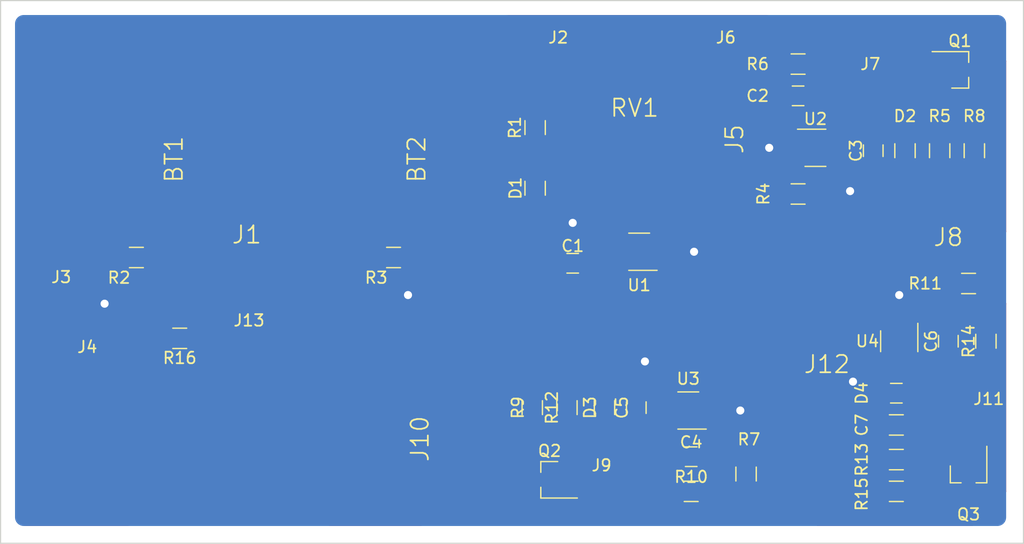
<source format=kicad_pcb>
(kicad_pcb (version 4) (host pcbnew 4.0.5)

  (general
    (links 79)
    (no_connects 0)
    (area 32.949999 26.949999 121.550001 74.050001)
    (thickness 1.6)
    (drawings 9)
    (tracks 252)
    (zones 0)
    (modules 50)
    (nets 32)
  )

  (page A4)
  (title_block
    (title "Silver-Oxide Button Cells Benchmarking/Testing")
    (date 2017-03-01)
    (rev 1)
    (company "HotSwap Norden AB")
    (comment 1 "Short title: SR CELL B/T")
    (comment 2 "Designed by: khyo")
    (comment 3 "Reviewed by: rigu")
  )

  (layers
    (0 F.Cu signal)
    (31 B.Cu signal hide)
    (32 B.Adhes user hide)
    (33 F.Adhes user hide)
    (34 B.Paste user hide)
    (35 F.Paste user hide)
    (36 B.SilkS user hide)
    (37 F.SilkS user hide)
    (38 B.Mask user hide)
    (39 F.Mask user hide)
    (40 Dwgs.User user hide)
    (41 Cmts.User user hide)
    (42 Eco1.User user)
    (43 Eco2.User user hide)
    (44 Edge.Cuts user)
    (45 Margin user hide)
    (46 B.CrtYd user hide)
    (47 F.CrtYd user)
    (48 B.Fab user hide)
    (49 F.Fab user hide)
  )

  (setup
    (last_trace_width 0.4)
    (user_trace_width 0.2)
    (user_trace_width 0.3)
    (user_trace_width 0.4)
    (user_trace_width 0.5)
    (user_trace_width 0.6)
    (user_trace_width 0.7)
    (trace_clearance 0.2)
    (zone_clearance 0.5)
    (zone_45_only yes)
    (trace_min 0.2)
    (segment_width 0.2)
    (edge_width 0.1)
    (via_size 1.5)
    (via_drill 0.7)
    (via_min_size 0.8)
    (via_min_drill 0.4)
    (uvia_size 0.3)
    (uvia_drill 0.1)
    (uvias_allowed no)
    (uvia_min_size 0.2)
    (uvia_min_drill 0.1)
    (pcb_text_width 0.3)
    (pcb_text_size 1.5 1.5)
    (mod_edge_width 0.15)
    (mod_text_size 1 1)
    (mod_text_width 0.15)
    (pad_size 1.5 1.5)
    (pad_drill 0.6)
    (pad_to_mask_clearance 0)
    (aux_axis_origin 0 0)
    (visible_elements 7FFFDE79)
    (pcbplotparams
      (layerselection 0x00030_80000001)
      (usegerberextensions false)
      (excludeedgelayer true)
      (linewidth 0.100000)
      (plotframeref false)
      (viasonmask false)
      (mode 1)
      (useauxorigin false)
      (hpglpennumber 1)
      (hpglpenspeed 20)
      (hpglpendiameter 15)
      (hpglpenoverlay 2)
      (psnegative false)
      (psa4output false)
      (plotreference true)
      (plotvalue true)
      (plotinvisibletext false)
      (padsonsilk false)
      (subtractmaskfromsilk false)
      (outputformat 1)
      (mirror false)
      (drillshape 1)
      (scaleselection 1)
      (outputdirectory ""))
  )

  (net 0 "")
  (net 1 "Net-(BT1-Pad1)")
  (net 2 "Net-(BT1-Pad3)")
  (net 3 "Net-(BT2-Pad3)")
  (net 4 "Net-(C1-Pad1)")
  (net 5 GND)
  (net 6 "Net-(C2-Pad1)")
  (net 7 "Net-(C2-Pad2)")
  (net 8 "Net-(C3-Pad1)")
  (net 9 "Net-(C4-Pad1)")
  (net 10 "Net-(C4-Pad2)")
  (net 11 "Net-(C5-Pad1)")
  (net 12 "Net-(C6-Pad1)")
  (net 13 "Net-(C6-Pad2)")
  (net 14 "Net-(C7-Pad1)")
  (net 15 "Net-(D1-Pad2)")
  (net 16 "Net-(D2-Pad2)")
  (net 17 "Net-(D3-Pad2)")
  (net 18 "Net-(D4-Pad2)")
  (net 19 /BATT+)
  (net 20 "Net-(J5-Pad1)")
  (net 21 /VIN)
  (net 22 "Net-(J8-Pad2)")
  (net 23 "Net-(J10-Pad2)")
  (net 24 "Net-(J12-Pad2)")
  (net 25 "Net-(Q1-Pad1)")
  (net 26 "Net-(Q2-Pad1)")
  (net 27 "Net-(Q3-Pad1)")
  (net 28 "Net-(R4-Pad1)")
  (net 29 "Net-(R7-Pad1)")
  (net 30 "Net-(R11-Pad1)")
  (net 31 "Net-(RV1-Pad2)")

  (net_class Default "This is the default net class."
    (clearance 0.2)
    (trace_width 0.4)
    (via_dia 1.5)
    (via_drill 0.7)
    (uvia_dia 0.3)
    (uvia_drill 0.1)
    (add_net /BATT+)
    (add_net /VIN)
    (add_net GND)
    (add_net "Net-(BT1-Pad1)")
    (add_net "Net-(BT1-Pad3)")
    (add_net "Net-(BT2-Pad3)")
    (add_net "Net-(C1-Pad1)")
    (add_net "Net-(C2-Pad1)")
    (add_net "Net-(C2-Pad2)")
    (add_net "Net-(C3-Pad1)")
    (add_net "Net-(C4-Pad1)")
    (add_net "Net-(C4-Pad2)")
    (add_net "Net-(C5-Pad1)")
    (add_net "Net-(C6-Pad1)")
    (add_net "Net-(C6-Pad2)")
    (add_net "Net-(C7-Pad1)")
    (add_net "Net-(D1-Pad2)")
    (add_net "Net-(D2-Pad2)")
    (add_net "Net-(D3-Pad2)")
    (add_net "Net-(D4-Pad2)")
    (add_net "Net-(J10-Pad2)")
    (add_net "Net-(J12-Pad2)")
    (add_net "Net-(J5-Pad1)")
    (add_net "Net-(J8-Pad2)")
    (add_net "Net-(Q1-Pad1)")
    (add_net "Net-(Q2-Pad1)")
    (add_net "Net-(Q3-Pad1)")
    (add_net "Net-(R11-Pad1)")
    (add_net "Net-(R4-Pad1)")
    (add_net "Net-(R7-Pad1)")
    (add_net "Net-(RV1-Pad2)")
  )

  (module Custom_Battery_Products:proto_sm_coin_cell_holder-2996-2993 (layer F.Cu) (tedit 58B5A76F) (tstamp 58B5624B)
    (at 44.5 38.5)
    (descr "Holder for 11.6 mm coin cell comprising Retainer (2996) and negative contact (2993)")
    (tags BATT)
    (path /58B083CF)
    (fp_text reference BT1 (at 3.5 2.25 90) (layer F.SilkS)
      (effects (font (size 1.5 1.5) (thickness 0.15)))
    )
    (fp_text value Cell1 (at -3.3 2.4 90) (layer F.Fab)
      (effects (font (size 1 1) (thickness 0.15)))
    )
    (fp_line (start 0 -7.95) (end 4.55 -7.94) (layer Eco1.User) (width 0.1))
    (fp_line (start 4.55 -7.94) (end 4.55 6.16) (layer Eco1.User) (width 0.1))
    (fp_line (start 4.55 6.16) (end 1.39 6.16) (layer Eco1.User) (width 0.1))
    (fp_line (start 1.39 6.16) (end 1.39 7.95) (layer Eco1.User) (width 0.1))
    (fp_line (start 1.39 7.95) (end -1.42 7.95) (layer Eco1.User) (width 0.1))
    (fp_line (start -1.42 7.95) (end -1.42 6.14) (layer Eco1.User) (width 0.1))
    (fp_line (start -1.42 6.14) (end -4.58 6.14) (layer Eco1.User) (width 0.1))
    (fp_line (start -4.58 6.14) (end -4.58 -7.97) (layer Eco1.User) (width 0.1))
    (fp_line (start -4.58 -7.97) (end 0.01 -7.94) (layer Eco1.User) (width 0.1))
    (fp_line (start 0.01 -7.94) (end 0 -7.94) (layer Eco1.User) (width 0.1))
    (fp_line (start 0.01 6.71) (end 3.55 6.71) (layer Eco1.User) (width 0.15))
    (fp_line (start 3.55 6.71) (end 6.6 3.79) (layer Eco1.User) (width 0.15))
    (fp_line (start 6.6 3.79) (end 6.6 1.6) (layer Eco1.User) (width 0.15))
    (fp_line (start 6.6 1.6) (end 8.9 1.6) (layer Eco1.User) (width 0.15))
    (fp_line (start 8.9 1.6) (end 8.9 -1.59) (layer Eco1.User) (width 0.15))
    (fp_line (start 8.9 -1.59) (end 6.6 -1.59) (layer Eco1.User) (width 0.15))
    (fp_line (start 6.6 -1.59) (end 6.6 -5.4) (layer Eco1.User) (width 0.15))
    (fp_line (start 6.6 -5.4) (end -6.61 -5.4) (layer Eco1.User) (width 0.15))
    (fp_line (start -6.61 -5.4) (end -6.61 -1.59) (layer Eco1.User) (width 0.15))
    (fp_line (start -6.61 -1.59) (end -8.91 -1.59) (layer Eco1.User) (width 0.15))
    (fp_line (start -8.91 -1.59) (end -8.91 1.6) (layer Eco1.User) (width 0.15))
    (fp_line (start -8.91 1.6) (end -6.61 1.6) (layer Eco1.User) (width 0.15))
    (fp_line (start -6.61 1.6) (end -6.61 3.79) (layer Eco1.User) (width 0.15))
    (fp_line (start -6.61 3.79) (end -3.56 6.71) (layer Eco1.User) (width 0.15))
    (fp_line (start -3.56 6.71) (end 0.01 6.71) (layer Eco1.User) (width 0.15))
    (pad 1 smd rect (at -8 0) (size 2.8 3.8) (layers F.Cu F.Paste F.Mask)
      (net 1 "Net-(BT1-Pad1)"))
    (pad 2 smd rect (at 8 0) (size 2.8 3.8) (layers F.Cu F.Paste F.Mask)
      (net 1 "Net-(BT1-Pad1)"))
    (pad 3 smd rect (at 0 0) (size 4 16.7) (layers F.Cu F.Paste F.Mask)
      (net 2 "Net-(BT1-Pad3)"))
  )

  (module Custom_Battery_Products:proto_sm_coin_cell_holder-2996-2993 (layer F.Cu) (tedit 58B5A783) (tstamp 58B5626B)
    (at 65.5 38.5)
    (descr "Holder for 11.6 mm coin cell comprising Retainer (2996) and negative contact (2993)")
    (tags BATT)
    (path /58B06C59)
    (fp_text reference BT2 (at 3.5 2.25 90) (layer F.SilkS)
      (effects (font (size 1.5 1.5) (thickness 0.15)))
    )
    (fp_text value Cell2 (at -3.3 2.4 90) (layer F.Fab)
      (effects (font (size 1 1) (thickness 0.15)))
    )
    (fp_line (start 0 -7.95) (end 4.55 -7.94) (layer Eco1.User) (width 0.1))
    (fp_line (start 4.55 -7.94) (end 4.55 6.16) (layer Eco1.User) (width 0.1))
    (fp_line (start 4.55 6.16) (end 1.39 6.16) (layer Eco1.User) (width 0.1))
    (fp_line (start 1.39 6.16) (end 1.39 7.95) (layer Eco1.User) (width 0.1))
    (fp_line (start 1.39 7.95) (end -1.42 7.95) (layer Eco1.User) (width 0.1))
    (fp_line (start -1.42 7.95) (end -1.42 6.14) (layer Eco1.User) (width 0.1))
    (fp_line (start -1.42 6.14) (end -4.58 6.14) (layer Eco1.User) (width 0.1))
    (fp_line (start -4.58 6.14) (end -4.58 -7.97) (layer Eco1.User) (width 0.1))
    (fp_line (start -4.58 -7.97) (end 0.01 -7.94) (layer Eco1.User) (width 0.1))
    (fp_line (start 0.01 -7.94) (end 0 -7.94) (layer Eco1.User) (width 0.1))
    (fp_line (start 0.01 6.71) (end 3.55 6.71) (layer Eco1.User) (width 0.15))
    (fp_line (start 3.55 6.71) (end 6.6 3.79) (layer Eco1.User) (width 0.15))
    (fp_line (start 6.6 3.79) (end 6.6 1.6) (layer Eco1.User) (width 0.15))
    (fp_line (start 6.6 1.6) (end 8.9 1.6) (layer Eco1.User) (width 0.15))
    (fp_line (start 8.9 1.6) (end 8.9 -1.59) (layer Eco1.User) (width 0.15))
    (fp_line (start 8.9 -1.59) (end 6.6 -1.59) (layer Eco1.User) (width 0.15))
    (fp_line (start 6.6 -1.59) (end 6.6 -5.4) (layer Eco1.User) (width 0.15))
    (fp_line (start 6.6 -5.4) (end -6.61 -5.4) (layer Eco1.User) (width 0.15))
    (fp_line (start -6.61 -5.4) (end -6.61 -1.59) (layer Eco1.User) (width 0.15))
    (fp_line (start -6.61 -1.59) (end -8.91 -1.59) (layer Eco1.User) (width 0.15))
    (fp_line (start -8.91 -1.59) (end -8.91 1.6) (layer Eco1.User) (width 0.15))
    (fp_line (start -8.91 1.6) (end -6.61 1.6) (layer Eco1.User) (width 0.15))
    (fp_line (start -6.61 1.6) (end -6.61 3.79) (layer Eco1.User) (width 0.15))
    (fp_line (start -6.61 3.79) (end -3.56 6.71) (layer Eco1.User) (width 0.15))
    (fp_line (start -3.56 6.71) (end 0.01 6.71) (layer Eco1.User) (width 0.15))
    (pad 1 smd rect (at -8 0) (size 2.8 3.8) (layers F.Cu F.Paste F.Mask)
      (net 2 "Net-(BT1-Pad3)"))
    (pad 2 smd rect (at 8 0) (size 2.8 3.8) (layers F.Cu F.Paste F.Mask)
      (net 2 "Net-(BT1-Pad3)"))
    (pad 3 smd rect (at 0 0) (size 4 16.7) (layers F.Cu F.Paste F.Mask)
      (net 3 "Net-(BT2-Pad3)"))
  )

  (module Capacitors_SMD:C_0805_HandSoldering (layer F.Cu) (tedit 58B5A7EF) (tstamp 58B5627C)
    (at 82.5 49.75 180)
    (descr "Capacitor SMD 0805, hand soldering")
    (tags "capacitor 0805")
    (path /58AED4BA)
    (attr smd)
    (fp_text reference C1 (at 0 1.5 180) (layer F.SilkS)
      (effects (font (size 1 1) (thickness 0.15)))
    )
    (fp_text value 0.1u (at 0 -1.75 180) (layer F.Fab)
      (effects (font (size 1 1) (thickness 0.15)))
    )
    (fp_text user %R (at 0 -1.75 180) (layer F.Fab)
      (effects (font (size 1 1) (thickness 0.15)))
    )
    (fp_line (start -1 0.62) (end -1 -0.62) (layer F.Fab) (width 0.1))
    (fp_line (start 1 0.62) (end -1 0.62) (layer F.Fab) (width 0.1))
    (fp_line (start 1 -0.62) (end 1 0.62) (layer F.Fab) (width 0.1))
    (fp_line (start -1 -0.62) (end 1 -0.62) (layer F.Fab) (width 0.1))
    (fp_line (start 0.5 -0.85) (end -0.5 -0.85) (layer F.SilkS) (width 0.12))
    (fp_line (start -0.5 0.85) (end 0.5 0.85) (layer F.SilkS) (width 0.12))
    (fp_line (start -2.25 -0.88) (end 2.25 -0.88) (layer F.CrtYd) (width 0.05))
    (fp_line (start -2.25 -0.88) (end -2.25 0.87) (layer F.CrtYd) (width 0.05))
    (fp_line (start 2.25 0.87) (end 2.25 -0.88) (layer F.CrtYd) (width 0.05))
    (fp_line (start 2.25 0.87) (end -2.25 0.87) (layer F.CrtYd) (width 0.05))
    (pad 1 smd rect (at -1.25 0 180) (size 1.5 1.25) (layers F.Cu F.Paste F.Mask)
      (net 4 "Net-(C1-Pad1)"))
    (pad 2 smd rect (at 1.25 0 180) (size 1.5 1.25) (layers F.Cu F.Paste F.Mask)
      (net 5 GND))
    (model Capacitors_SMD.3dshapes/C_0805.wrl
      (at (xyz 0 0 0))
      (scale (xyz 1 1 1))
      (rotate (xyz 0 0 0))
    )
  )

  (module Capacitors_SMD:C_0805_HandSoldering (layer F.Cu) (tedit 58B5AB19) (tstamp 58B5628D)
    (at 102 35.25 180)
    (descr "Capacitor SMD 0805, hand soldering")
    (tags "capacitor 0805")
    (path /58B1BC82)
    (attr smd)
    (fp_text reference C2 (at 3.5 0 180) (layer F.SilkS)
      (effects (font (size 1 1) (thickness 0.15)))
    )
    (fp_text value C (at -2.75 0 180) (layer F.Fab)
      (effects (font (size 1 1) (thickness 0.15)))
    )
    (fp_text user %R (at 0 -1.75 180) (layer F.Fab)
      (effects (font (size 1 1) (thickness 0.15)))
    )
    (fp_line (start -1 0.62) (end -1 -0.62) (layer F.Fab) (width 0.1))
    (fp_line (start 1 0.62) (end -1 0.62) (layer F.Fab) (width 0.1))
    (fp_line (start 1 -0.62) (end 1 0.62) (layer F.Fab) (width 0.1))
    (fp_line (start -1 -0.62) (end 1 -0.62) (layer F.Fab) (width 0.1))
    (fp_line (start 0.5 -0.85) (end -0.5 -0.85) (layer F.SilkS) (width 0.12))
    (fp_line (start -0.5 0.85) (end 0.5 0.85) (layer F.SilkS) (width 0.12))
    (fp_line (start -2.25 -0.88) (end 2.25 -0.88) (layer F.CrtYd) (width 0.05))
    (fp_line (start -2.25 -0.88) (end -2.25 0.87) (layer F.CrtYd) (width 0.05))
    (fp_line (start 2.25 0.87) (end 2.25 -0.88) (layer F.CrtYd) (width 0.05))
    (fp_line (start 2.25 0.87) (end -2.25 0.87) (layer F.CrtYd) (width 0.05))
    (pad 1 smd rect (at -1.25 0 180) (size 1.5 1.25) (layers F.Cu F.Paste F.Mask)
      (net 6 "Net-(C2-Pad1)"))
    (pad 2 smd rect (at 1.25 0 180) (size 1.5 1.25) (layers F.Cu F.Paste F.Mask)
      (net 7 "Net-(C2-Pad2)"))
    (model Capacitors_SMD.3dshapes/C_0805.wrl
      (at (xyz 0 0 0))
      (scale (xyz 1 1 1))
      (rotate (xyz 0 0 0))
    )
  )

  (module Capacitors_SMD:C_0805_HandSoldering (layer F.Cu) (tedit 58B5ABF9) (tstamp 58B5629E)
    (at 108.5 40 270)
    (descr "Capacitor SMD 0805, hand soldering")
    (tags "capacitor 0805")
    (path /58B0E284)
    (attr smd)
    (fp_text reference C3 (at 0 1.5 450) (layer F.SilkS)
      (effects (font (size 1 1) (thickness 0.15)))
    )
    (fp_text value 0.1u (at 2.75 0 360) (layer F.Fab)
      (effects (font (size 0.5 0.5) (thickness 0.1)))
    )
    (fp_text user %R (at 0 -1.75 270) (layer F.Fab)
      (effects (font (size 1 1) (thickness 0.15)))
    )
    (fp_line (start -1 0.62) (end -1 -0.62) (layer F.Fab) (width 0.1))
    (fp_line (start 1 0.62) (end -1 0.62) (layer F.Fab) (width 0.1))
    (fp_line (start 1 -0.62) (end 1 0.62) (layer F.Fab) (width 0.1))
    (fp_line (start -1 -0.62) (end 1 -0.62) (layer F.Fab) (width 0.1))
    (fp_line (start 0.5 -0.85) (end -0.5 -0.85) (layer F.SilkS) (width 0.12))
    (fp_line (start -0.5 0.85) (end 0.5 0.85) (layer F.SilkS) (width 0.12))
    (fp_line (start -2.25 -0.88) (end 2.25 -0.88) (layer F.CrtYd) (width 0.05))
    (fp_line (start -2.25 -0.88) (end -2.25 0.87) (layer F.CrtYd) (width 0.05))
    (fp_line (start 2.25 0.87) (end 2.25 -0.88) (layer F.CrtYd) (width 0.05))
    (fp_line (start 2.25 0.87) (end -2.25 0.87) (layer F.CrtYd) (width 0.05))
    (pad 1 smd rect (at -1.25 0 270) (size 1.5 1.25) (layers F.Cu F.Paste F.Mask)
      (net 8 "Net-(C3-Pad1)"))
    (pad 2 smd rect (at 1.25 0 270) (size 1.5 1.25) (layers F.Cu F.Paste F.Mask)
      (net 5 GND))
    (model Capacitors_SMD.3dshapes/C_0805.wrl
      (at (xyz 0 0 0))
      (scale (xyz 1 1 1))
      (rotate (xyz 0 0 0))
    )
  )

  (module Capacitors_SMD:C_0805_HandSoldering (layer F.Cu) (tedit 58B5A8E8) (tstamp 58B562AF)
    (at 92.75 66.5)
    (descr "Capacitor SMD 0805, hand soldering")
    (tags "capacitor 0805")
    (path /58B6A248)
    (attr smd)
    (fp_text reference C4 (at 0 -1.25) (layer F.SilkS)
      (effects (font (size 1 1) (thickness 0.15)))
    )
    (fp_text value C (at 2.75 0) (layer F.Fab)
      (effects (font (size 1 1) (thickness 0.15)))
    )
    (fp_text user %R (at 0 -1.75) (layer F.Fab)
      (effects (font (size 1 1) (thickness 0.15)))
    )
    (fp_line (start -1 0.62) (end -1 -0.62) (layer F.Fab) (width 0.1))
    (fp_line (start 1 0.62) (end -1 0.62) (layer F.Fab) (width 0.1))
    (fp_line (start 1 -0.62) (end 1 0.62) (layer F.Fab) (width 0.1))
    (fp_line (start -1 -0.62) (end 1 -0.62) (layer F.Fab) (width 0.1))
    (fp_line (start 0.5 -0.85) (end -0.5 -0.85) (layer F.SilkS) (width 0.12))
    (fp_line (start -0.5 0.85) (end 0.5 0.85) (layer F.SilkS) (width 0.12))
    (fp_line (start -2.25 -0.88) (end 2.25 -0.88) (layer F.CrtYd) (width 0.05))
    (fp_line (start -2.25 -0.88) (end -2.25 0.87) (layer F.CrtYd) (width 0.05))
    (fp_line (start 2.25 0.87) (end 2.25 -0.88) (layer F.CrtYd) (width 0.05))
    (fp_line (start 2.25 0.87) (end -2.25 0.87) (layer F.CrtYd) (width 0.05))
    (pad 1 smd rect (at -1.25 0) (size 1.5 1.25) (layers F.Cu F.Paste F.Mask)
      (net 9 "Net-(C4-Pad1)"))
    (pad 2 smd rect (at 1.25 0) (size 1.5 1.25) (layers F.Cu F.Paste F.Mask)
      (net 10 "Net-(C4-Pad2)"))
    (model Capacitors_SMD.3dshapes/C_0805.wrl
      (at (xyz 0 0 0))
      (scale (xyz 1 1 1))
      (rotate (xyz 0 0 0))
    )
  )

  (module Capacitors_SMD:C_0805_HandSoldering (layer F.Cu) (tedit 58B5A87E) (tstamp 58B562C0)
    (at 88 62.25 90)
    (descr "Capacitor SMD 0805, hand soldering")
    (tags "capacitor 0805")
    (path /58B6A21A)
    (attr smd)
    (fp_text reference C5 (at 0 -1.25 90) (layer F.SilkS)
      (effects (font (size 1 1) (thickness 0.15)))
    )
    (fp_text value 0.1u (at 4 0 90) (layer F.Fab)
      (effects (font (size 1 1) (thickness 0.15)))
    )
    (fp_text user %R (at 0 -1.75 90) (layer F.Fab)
      (effects (font (size 1 1) (thickness 0.15)))
    )
    (fp_line (start -1 0.62) (end -1 -0.62) (layer F.Fab) (width 0.1))
    (fp_line (start 1 0.62) (end -1 0.62) (layer F.Fab) (width 0.1))
    (fp_line (start 1 -0.62) (end 1 0.62) (layer F.Fab) (width 0.1))
    (fp_line (start -1 -0.62) (end 1 -0.62) (layer F.Fab) (width 0.1))
    (fp_line (start 0.5 -0.85) (end -0.5 -0.85) (layer F.SilkS) (width 0.12))
    (fp_line (start -0.5 0.85) (end 0.5 0.85) (layer F.SilkS) (width 0.12))
    (fp_line (start -2.25 -0.88) (end 2.25 -0.88) (layer F.CrtYd) (width 0.05))
    (fp_line (start -2.25 -0.88) (end -2.25 0.87) (layer F.CrtYd) (width 0.05))
    (fp_line (start 2.25 0.87) (end 2.25 -0.88) (layer F.CrtYd) (width 0.05))
    (fp_line (start 2.25 0.87) (end -2.25 0.87) (layer F.CrtYd) (width 0.05))
    (pad 1 smd rect (at -1.25 0 90) (size 1.5 1.25) (layers F.Cu F.Paste F.Mask)
      (net 11 "Net-(C5-Pad1)"))
    (pad 2 smd rect (at 1.25 0 90) (size 1.5 1.25) (layers F.Cu F.Paste F.Mask)
      (net 5 GND))
    (model Capacitors_SMD.3dshapes/C_0805.wrl
      (at (xyz 0 0 0))
      (scale (xyz 1 1 1))
      (rotate (xyz 0 0 0))
    )
  )

  (module Capacitors_SMD:C_0805_HandSoldering (layer F.Cu) (tedit 58B5AABF) (tstamp 58B562D1)
    (at 115 56.5 90)
    (descr "Capacitor SMD 0805, hand soldering")
    (tags "capacitor 0805")
    (path /58B645AD)
    (attr smd)
    (fp_text reference C6 (at 0 -1.5 90) (layer F.SilkS)
      (effects (font (size 1 1) (thickness 0.15)))
    )
    (fp_text value C (at 2.75 0 90) (layer F.Fab)
      (effects (font (size 1 1) (thickness 0.15)))
    )
    (fp_text user %R (at 0 -1.75 90) (layer F.Fab)
      (effects (font (size 1 1) (thickness 0.15)))
    )
    (fp_line (start -1 0.62) (end -1 -0.62) (layer F.Fab) (width 0.1))
    (fp_line (start 1 0.62) (end -1 0.62) (layer F.Fab) (width 0.1))
    (fp_line (start 1 -0.62) (end 1 0.62) (layer F.Fab) (width 0.1))
    (fp_line (start -1 -0.62) (end 1 -0.62) (layer F.Fab) (width 0.1))
    (fp_line (start 0.5 -0.85) (end -0.5 -0.85) (layer F.SilkS) (width 0.12))
    (fp_line (start -0.5 0.85) (end 0.5 0.85) (layer F.SilkS) (width 0.12))
    (fp_line (start -2.25 -0.88) (end 2.25 -0.88) (layer F.CrtYd) (width 0.05))
    (fp_line (start -2.25 -0.88) (end -2.25 0.87) (layer F.CrtYd) (width 0.05))
    (fp_line (start 2.25 0.87) (end 2.25 -0.88) (layer F.CrtYd) (width 0.05))
    (fp_line (start 2.25 0.87) (end -2.25 0.87) (layer F.CrtYd) (width 0.05))
    (pad 1 smd rect (at -1.25 0 90) (size 1.5 1.25) (layers F.Cu F.Paste F.Mask)
      (net 12 "Net-(C6-Pad1)"))
    (pad 2 smd rect (at 1.25 0 90) (size 1.5 1.25) (layers F.Cu F.Paste F.Mask)
      (net 13 "Net-(C6-Pad2)"))
    (model Capacitors_SMD.3dshapes/C_0805.wrl
      (at (xyz 0 0 0))
      (scale (xyz 1 1 1))
      (rotate (xyz 0 0 0))
    )
  )

  (module Capacitors_SMD:C_0805_HandSoldering (layer F.Cu) (tedit 58B5AA09) (tstamp 58B562E2)
    (at 110.5 61 180)
    (descr "Capacitor SMD 0805, hand soldering")
    (tags "capacitor 0805")
    (path /58B6457F)
    (attr smd)
    (fp_text reference C7 (at 3 -2.75 270) (layer F.SilkS)
      (effects (font (size 1 1) (thickness 0.15)))
    )
    (fp_text value 0.1u (at -2.75 0 270) (layer F.Fab)
      (effects (font (size 0.5 0.5) (thickness 0.1)))
    )
    (fp_text user %R (at 0 -1.75 180) (layer F.Fab)
      (effects (font (size 1 1) (thickness 0.15)))
    )
    (fp_line (start -1 0.62) (end -1 -0.62) (layer F.Fab) (width 0.1))
    (fp_line (start 1 0.62) (end -1 0.62) (layer F.Fab) (width 0.1))
    (fp_line (start 1 -0.62) (end 1 0.62) (layer F.Fab) (width 0.1))
    (fp_line (start -1 -0.62) (end 1 -0.62) (layer F.Fab) (width 0.1))
    (fp_line (start 0.5 -0.85) (end -0.5 -0.85) (layer F.SilkS) (width 0.12))
    (fp_line (start -0.5 0.85) (end 0.5 0.85) (layer F.SilkS) (width 0.12))
    (fp_line (start -2.25 -0.88) (end 2.25 -0.88) (layer F.CrtYd) (width 0.05))
    (fp_line (start -2.25 -0.88) (end -2.25 0.87) (layer F.CrtYd) (width 0.05))
    (fp_line (start 2.25 0.87) (end 2.25 -0.88) (layer F.CrtYd) (width 0.05))
    (fp_line (start 2.25 0.87) (end -2.25 0.87) (layer F.CrtYd) (width 0.05))
    (pad 1 smd rect (at -1.25 0 180) (size 1.5 1.25) (layers F.Cu F.Paste F.Mask)
      (net 14 "Net-(C7-Pad1)"))
    (pad 2 smd rect (at 1.25 0 180) (size 1.5 1.25) (layers F.Cu F.Paste F.Mask)
      (net 5 GND))
    (model Capacitors_SMD.3dshapes/C_0805.wrl
      (at (xyz 0 0 0))
      (scale (xyz 1 1 1))
      (rotate (xyz 0 0 0))
    )
  )

  (module Custom_Connectors_SMD:proto_smd_header-1x2-2.54mm-G_C__SABN_M30 (layer F.Cu) (tedit 58B0587B) (tstamp 58B56340)
    (at 55.5 51 270)
    (descr "1x2 pin SMD header, G_C_ _SABN-M30, Male, Unshrouded, Pitch = 2.54 mm, Pad WxH = 1.4x6.4mm")
    (tags CONN)
    (path /58AFE088)
    (fp_text reference J1 (at -3.72 1.2 360) (layer F.SilkS)
      (effects (font (size 1.5 1.5) (thickness 0.15)))
    )
    (fp_text value "Current Measurement" (at 3.55 1.03 360) (layer F.Fab)
      (effects (font (size 1 1) (thickness 0.15)))
    )
    (fp_line (start -2.54 -4.06) (end 2.54 -4.06) (layer Eco1.User) (width 0.15))
    (fp_line (start 2.54 -4.06) (end 2.54 4.07) (layer Eco1.User) (width 0.15))
    (fp_line (start 2.54 4.07) (end -2.54 4.07) (layer Eco1.User) (width 0.15))
    (fp_line (start -2.54 4.07) (end -2.54 -4.06) (layer Eco1.User) (width 0.15))
    (pad 1 smd rect (at -1.27 -2.56 270) (size 1.4 6.4) (layers F.Cu F.Paste F.Mask Eco1.User)
      (net 1 "Net-(BT1-Pad1)"))
    (pad 2 smd rect (at 1.27 2.56 270) (size 1.4 6.4) (layers F.Cu F.Paste F.Mask Eco1.User)
      (net 19 /BATT+))
  )

  (module Custom_Connectors_SMD:proto_smd_pad-sq.-3mm (layer F.Cu) (tedit 58B01219) (tstamp 58B56345)
    (at 80.75 32.5)
    (descr "3 mm square SMD Pad e.g. for soldering wires ")
    (tags CONN)
    (path /58B05E41)
    (fp_text reference J2 (at 0.5 -2.3) (layer F.SilkS)
      (effects (font (size 1 1) (thickness 0.15)))
    )
    (fp_text value EN_POT (at 0.1 2.1) (layer F.Fab)
      (effects (font (size 0.5 0.5) (thickness 0.1)))
    )
    (pad 1 smd rect (at 0 0) (size 3 3) (layers F.Cu F.Paste F.Mask)
      (net 4 "Net-(C1-Pad1)"))
  )

  (module Custom_Connectors_SMD:proto_smd_pad-sq.-3mm (layer F.Cu) (tedit 58B5A615) (tstamp 58B5634A)
    (at 37.75 53.25)
    (descr "3 mm square SMD Pad e.g. for soldering wires ")
    (tags CONN)
    (path /58AED56E)
    (fp_text reference J3 (at 0.5 -2.3) (layer F.SilkS)
      (effects (font (size 1 1) (thickness 0.15)))
    )
    (fp_text value GND (at 0.1 2.1) (layer F.Fab) hide
      (effects (font (size 0.5 0.5) (thickness 0.1)))
    )
    (pad 1 smd rect (at 0 0) (size 3 3) (layers F.Cu F.Paste F.Mask)
      (net 5 GND))
  )

  (module Custom_Connectors_SMD:proto_smd_pad-sq.-3mm (layer F.Cu) (tedit 58B5A625) (tstamp 58B5634F)
    (at 37.75 57.25)
    (descr "3 mm square SMD Pad e.g. for soldering wires ")
    (tags CONN)
    (path /58B44F9C)
    (fp_text reference J4 (at 2.75 -0.25) (layer F.SilkS)
      (effects (font (size 1 1) (thickness 0.15)))
    )
    (fp_text value GND (at 0.1 2.1) (layer F.Fab) hide
      (effects (font (size 0.5 0.5) (thickness 0.1)))
    )
    (pad 1 smd rect (at 0 0) (size 3 3) (layers F.Cu F.Paste F.Mask)
      (net 5 GND))
  )

  (module Custom_Connectors_SMD:proto_smd_header-1x2-2.54mm-G_C__SABN_M30 (layer F.Cu) (tedit 58B5A81D) (tstamp 58B56359)
    (at 95.5 41.5 180)
    (descr "1x2 pin SMD header, G_C_ _SABN-M30, Male, Unshrouded, Pitch = 2.54 mm, Pad WxH = 1.4x6.4mm")
    (tags CONN)
    (path /58B73795)
    (fp_text reference J5 (at -1 2.5 270) (layer F.SilkS)
      (effects (font (size 1.5 1.5) (thickness 0.15)))
    )
    (fp_text value Jumper (at -3.25 -0.25 270) (layer F.Fab) hide
      (effects (font (size 1 1) (thickness 0.15)))
    )
    (fp_line (start -2.54 -4.06) (end 2.54 -4.06) (layer Eco1.User) (width 0.15))
    (fp_line (start 2.54 -4.06) (end 2.54 4.07) (layer Eco1.User) (width 0.15))
    (fp_line (start 2.54 4.07) (end -2.54 4.07) (layer Eco1.User) (width 0.15))
    (fp_line (start -2.54 4.07) (end -2.54 -4.06) (layer Eco1.User) (width 0.15))
    (pad 1 smd rect (at -1.27 -2.56 180) (size 1.4 6.4) (layers F.Cu F.Paste F.Mask Eco1.User)
      (net 20 "Net-(J5-Pad1)"))
    (pad 2 smd rect (at 1.27 2.56 180) (size 1.4 6.4) (layers F.Cu F.Paste F.Mask Eco1.User)
      (net 21 /VIN))
  )

  (module Custom_Connectors_SMD:proto_smd_pad-sq.-3mm (layer F.Cu) (tedit 58B01219) (tstamp 58B5635E)
    (at 95.25 32.5)
    (descr "3 mm square SMD Pad e.g. for soldering wires ")
    (tags CONN)
    (path /58B09681)
    (fp_text reference J6 (at 0.5 -2.3) (layer F.SilkS)
      (effects (font (size 1 1) (thickness 0.15)))
    )
    (fp_text value VIN (at 0.1 2.1) (layer F.Fab)
      (effects (font (size 0.5 0.5) (thickness 0.1)))
    )
    (pad 1 smd rect (at 0 0) (size 3 3) (layers F.Cu F.Paste F.Mask)
      (net 21 /VIN))
  )

  (module Custom_Connectors_SMD:proto_smd_pad-sq.-3mm (layer F.Cu) (tedit 58B5AC29) (tstamp 58B56363)
    (at 109.25 34.75)
    (descr "3 mm square SMD Pad e.g. for soldering wires ")
    (tags CONN)
    (path /58B122ED)
    (fp_text reference J7 (at -1 -2.25) (layer F.SilkS)
      (effects (font (size 1 1) (thickness 0.15)))
    )
    (fp_text value EN_HIGH_CURR (at 2.25 -1.75 270) (layer F.Fab)
      (effects (font (size 0.5 0.5) (thickness 0.1)))
    )
    (pad 1 smd rect (at 0 0) (size 3 3) (layers F.Cu F.Paste F.Mask)
      (net 8 "Net-(C3-Pad1)"))
  )

  (module Custom_Connectors_SMD:proto_smd_header-1x2-2.54mm-G_C__SABN_M30 (layer F.Cu) (tedit 58B5AAEF) (tstamp 58B5636D)
    (at 112.5 46.5 90)
    (descr "1x2 pin SMD header, G_C_ _SABN-M30, Male, Unshrouded, Pitch = 2.54 mm, Pad WxH = 1.4x6.4mm")
    (tags CONN)
    (path /58B08239)
    (fp_text reference J8 (at -1 2.5 180) (layer F.SilkS)
      (effects (font (size 1.5 1.5) (thickness 0.15)))
    )
    (fp_text value Jumper (at 3.55 1.03 180) (layer F.Fab) hide
      (effects (font (size 1 1) (thickness 0.15)))
    )
    (fp_line (start -2.54 -4.06) (end 2.54 -4.06) (layer Eco1.User) (width 0.15))
    (fp_line (start 2.54 -4.06) (end 2.54 4.07) (layer Eco1.User) (width 0.15))
    (fp_line (start 2.54 4.07) (end -2.54 4.07) (layer Eco1.User) (width 0.15))
    (fp_line (start -2.54 4.07) (end -2.54 -4.06) (layer Eco1.User) (width 0.15))
    (pad 1 smd rect (at -1.27 -2.56 90) (size 1.4 6.4) (layers F.Cu F.Paste F.Mask Eco1.User)
      (net 19 /BATT+))
    (pad 2 smd rect (at 1.27 2.56 90) (size 1.4 6.4) (layers F.Cu F.Paste F.Mask Eco1.User)
      (net 22 "Net-(J8-Pad2)"))
  )

  (module Custom_Connectors_SMD:proto_smd_pad-sq.-3mm (layer F.Cu) (tedit 58B5A886) (tstamp 58B56372)
    (at 87.5 67.25)
    (descr "3 mm square SMD Pad e.g. for soldering wires ")
    (tags CONN)
    (path /58B6A226)
    (fp_text reference J9 (at -2.5 0) (layer F.SilkS)
      (effects (font (size 1 1) (thickness 0.15)))
    )
    (fp_text value EN_LOW_CURR (at 0.1 2.1) (layer F.Fab)
      (effects (font (size 0.5 0.5) (thickness 0.1)))
    )
    (pad 1 smd rect (at 0 0) (size 3 3) (layers F.Cu F.Paste F.Mask)
      (net 11 "Net-(C5-Pad1)"))
  )

  (module Custom_Connectors_SMD:proto_smd_header-1x2-2.54mm-G_C__SABN_M30 (layer F.Cu) (tedit 58B5A836) (tstamp 58B5637C)
    (at 73 63.75)
    (descr "1x2 pin SMD header, G_C_ _SABN-M30, Male, Unshrouded, Pitch = 2.54 mm, Pad WxH = 1.4x6.4mm")
    (tags CONN)
    (path /58B6A208)
    (fp_text reference J10 (at -3.72 1.2 90) (layer F.SilkS)
      (effects (font (size 1.5 1.5) (thickness 0.15)))
    )
    (fp_text value Jumper (at 3.55 1.03 90) (layer F.Fab) hide
      (effects (font (size 1 1) (thickness 0.15)))
    )
    (fp_line (start -2.54 -4.06) (end 2.54 -4.06) (layer Eco1.User) (width 0.15))
    (fp_line (start 2.54 -4.06) (end 2.54 4.07) (layer Eco1.User) (width 0.15))
    (fp_line (start 2.54 4.07) (end -2.54 4.07) (layer Eco1.User) (width 0.15))
    (fp_line (start -2.54 4.07) (end -2.54 -4.06) (layer Eco1.User) (width 0.15))
    (pad 1 smd rect (at -1.27 -2.56) (size 1.4 6.4) (layers F.Cu F.Paste F.Mask Eco1.User)
      (net 19 /BATT+))
    (pad 2 smd rect (at 1.27 2.56) (size 1.4 6.4) (layers F.Cu F.Paste F.Mask Eco1.User)
      (net 23 "Net-(J10-Pad2)"))
  )

  (module Custom_Connectors_SMD:proto_smd_pad-sq.-3mm (layer F.Cu) (tedit 58B5AA92) (tstamp 58B56381)
    (at 115.75 61.75)
    (descr "3 mm square SMD Pad e.g. for soldering wires ")
    (tags CONN)
    (path /58B6458B)
    (fp_text reference J11 (at 2.75 -0.25) (layer F.SilkS)
      (effects (font (size 1 1) (thickness 0.15)))
    )
    (fp_text value EN_MED_CURR (at 1 2.25) (layer F.Fab)
      (effects (font (size 0.5 0.5) (thickness 0.1)))
    )
    (pad 1 smd rect (at 0 0) (size 3 3) (layers F.Cu F.Paste F.Mask)
      (net 14 "Net-(C7-Pad1)"))
  )

  (module Custom_Connectors_SMD:proto_smd_header-1x2-2.54mm-G_C__SABN_M30 (layer F.Cu) (tedit 58B5A91F) (tstamp 58B5638B)
    (at 102.75 63.75)
    (descr "1x2 pin SMD header, G_C_ _SABN-M30, Male, Unshrouded, Pitch = 2.54 mm, Pad WxH = 1.4x6.4mm")
    (tags CONN)
    (path /58B6456D)
    (fp_text reference J12 (at 1.75 -5.25 180) (layer F.SilkS)
      (effects (font (size 1.5 1.5) (thickness 0.15)))
    )
    (fp_text value Jumper (at 3.55 1.03 90) (layer F.Fab) hide
      (effects (font (size 1 1) (thickness 0.15)))
    )
    (fp_line (start -2.54 -4.06) (end 2.54 -4.06) (layer Eco1.User) (width 0.15))
    (fp_line (start 2.54 -4.06) (end 2.54 4.07) (layer Eco1.User) (width 0.15))
    (fp_line (start 2.54 4.07) (end -2.54 4.07) (layer Eco1.User) (width 0.15))
    (fp_line (start -2.54 4.07) (end -2.54 -4.06) (layer Eco1.User) (width 0.15))
    (pad 1 smd rect (at -1.27 -2.56) (size 1.4 6.4) (layers F.Cu F.Paste F.Mask Eco1.User)
      (net 19 /BATT+))
    (pad 2 smd rect (at 1.27 2.56) (size 1.4 6.4) (layers F.Cu F.Paste F.Mask Eco1.User)
      (net 24 "Net-(J12-Pad2)"))
  )

  (module TO_SOT_Packages_SMD:SOT-23_Handsoldering (layer F.Cu) (tedit 58B5AB7C) (tstamp 58B5639F)
    (at 116 33)
    (descr "SOT-23, Handsoldering")
    (tags SOT-23)
    (path /58AED2C8)
    (attr smd)
    (fp_text reference Q1 (at 0 -2.5) (layer F.SilkS)
      (effects (font (size 1 1) (thickness 0.15)))
    )
    (fp_text value BSH103 (at 0 2.5) (layer F.Fab)
      (effects (font (size 0.5 0.5) (thickness 0.1)))
    )
    (fp_line (start 0.76 1.58) (end 0.76 0.65) (layer F.SilkS) (width 0.12))
    (fp_line (start 0.76 -1.58) (end 0.76 -0.65) (layer F.SilkS) (width 0.12))
    (fp_line (start -2.7 -1.75) (end 2.7 -1.75) (layer F.CrtYd) (width 0.05))
    (fp_line (start 2.7 -1.75) (end 2.7 1.75) (layer F.CrtYd) (width 0.05))
    (fp_line (start 2.7 1.75) (end -2.7 1.75) (layer F.CrtYd) (width 0.05))
    (fp_line (start -2.7 1.75) (end -2.7 -1.75) (layer F.CrtYd) (width 0.05))
    (fp_line (start 0.76 -1.58) (end -2.4 -1.58) (layer F.SilkS) (width 0.12))
    (fp_line (start -0.7 -0.95) (end -0.7 1.5) (layer F.Fab) (width 0.1))
    (fp_line (start -0.15 -1.52) (end 0.7 -1.52) (layer F.Fab) (width 0.1))
    (fp_line (start -0.7 -0.95) (end -0.15 -1.52) (layer F.Fab) (width 0.1))
    (fp_line (start 0.7 -1.52) (end 0.7 1.52) (layer F.Fab) (width 0.1))
    (fp_line (start -0.7 1.52) (end 0.7 1.52) (layer F.Fab) (width 0.1))
    (fp_line (start 0.76 1.58) (end -0.7 1.58) (layer F.SilkS) (width 0.12))
    (pad 1 smd rect (at -1.5 -0.95) (size 1.9 0.8) (layers F.Cu F.Paste F.Mask)
      (net 25 "Net-(Q1-Pad1)"))
    (pad 2 smd rect (at -1.5 0.95) (size 1.9 0.8) (layers F.Cu F.Paste F.Mask)
      (net 6 "Net-(C2-Pad1)"))
    (pad 3 smd rect (at 1.5 0) (size 1.9 0.8) (layers F.Cu F.Paste F.Mask)
      (net 22 "Net-(J8-Pad2)"))
    (model TO_SOT_Packages_SMD.3dshapes\SOT-23_Handsoldering.wrl
      (at (xyz 0 0 0))
      (scale (xyz 1 1 1))
      (rotate (xyz 0 0 90))
    )
  )

  (module TO_SOT_Packages_SMD:SOT-23_Handsoldering (layer F.Cu) (tedit 58B5A893) (tstamp 58B563B3)
    (at 80.5 68.5 180)
    (descr "SOT-23, Handsoldering")
    (tags SOT-23)
    (path /58B6A202)
    (attr smd)
    (fp_text reference Q2 (at 0 2.5 180) (layer F.SilkS)
      (effects (font (size 1 1) (thickness 0.15)))
    )
    (fp_text value BSH103 (at 0 -2.5 180) (layer F.Fab)
      (effects (font (size 1 1) (thickness 0.15)))
    )
    (fp_line (start 0.76 1.58) (end 0.76 0.65) (layer F.SilkS) (width 0.12))
    (fp_line (start 0.76 -1.58) (end 0.76 -0.65) (layer F.SilkS) (width 0.12))
    (fp_line (start -2.7 -1.75) (end 2.7 -1.75) (layer F.CrtYd) (width 0.05))
    (fp_line (start 2.7 -1.75) (end 2.7 1.75) (layer F.CrtYd) (width 0.05))
    (fp_line (start 2.7 1.75) (end -2.7 1.75) (layer F.CrtYd) (width 0.05))
    (fp_line (start -2.7 1.75) (end -2.7 -1.75) (layer F.CrtYd) (width 0.05))
    (fp_line (start 0.76 -1.58) (end -2.4 -1.58) (layer F.SilkS) (width 0.12))
    (fp_line (start -0.7 -0.95) (end -0.7 1.5) (layer F.Fab) (width 0.1))
    (fp_line (start -0.15 -1.52) (end 0.7 -1.52) (layer F.Fab) (width 0.1))
    (fp_line (start -0.7 -0.95) (end -0.15 -1.52) (layer F.Fab) (width 0.1))
    (fp_line (start 0.7 -1.52) (end 0.7 1.52) (layer F.Fab) (width 0.1))
    (fp_line (start -0.7 1.52) (end 0.7 1.52) (layer F.Fab) (width 0.1))
    (fp_line (start 0.76 1.58) (end -0.7 1.58) (layer F.SilkS) (width 0.12))
    (pad 1 smd rect (at -1.5 -0.95 180) (size 1.9 0.8) (layers F.Cu F.Paste F.Mask)
      (net 26 "Net-(Q2-Pad1)"))
    (pad 2 smd rect (at -1.5 0.95 180) (size 1.9 0.8) (layers F.Cu F.Paste F.Mask)
      (net 9 "Net-(C4-Pad1)"))
    (pad 3 smd rect (at 1.5 0 180) (size 1.9 0.8) (layers F.Cu F.Paste F.Mask)
      (net 23 "Net-(J10-Pad2)"))
    (model TO_SOT_Packages_SMD.3dshapes\SOT-23_Handsoldering.wrl
      (at (xyz 0 0 0))
      (scale (xyz 1 1 1))
      (rotate (xyz 0 0 90))
    )
  )

  (module TO_SOT_Packages_SMD:SOT-23_Handsoldering (layer F.Cu) (tedit 58B5AA8A) (tstamp 58B563C7)
    (at 116.75 68 270)
    (descr "SOT-23, Handsoldering")
    (tags SOT-23)
    (path /58B64567)
    (attr smd)
    (fp_text reference Q3 (at 3.5 0 360) (layer F.SilkS)
      (effects (font (size 1 1) (thickness 0.15)))
    )
    (fp_text value BSH103 (at 0 -2.25 270) (layer F.Fab)
      (effects (font (size 0.5 0.5) (thickness 0.1)))
    )
    (fp_line (start 0.76 1.58) (end 0.76 0.65) (layer F.SilkS) (width 0.12))
    (fp_line (start 0.76 -1.58) (end 0.76 -0.65) (layer F.SilkS) (width 0.12))
    (fp_line (start -2.7 -1.75) (end 2.7 -1.75) (layer F.CrtYd) (width 0.05))
    (fp_line (start 2.7 -1.75) (end 2.7 1.75) (layer F.CrtYd) (width 0.05))
    (fp_line (start 2.7 1.75) (end -2.7 1.75) (layer F.CrtYd) (width 0.05))
    (fp_line (start -2.7 1.75) (end -2.7 -1.75) (layer F.CrtYd) (width 0.05))
    (fp_line (start 0.76 -1.58) (end -2.4 -1.58) (layer F.SilkS) (width 0.12))
    (fp_line (start -0.7 -0.95) (end -0.7 1.5) (layer F.Fab) (width 0.1))
    (fp_line (start -0.15 -1.52) (end 0.7 -1.52) (layer F.Fab) (width 0.1))
    (fp_line (start -0.7 -0.95) (end -0.15 -1.52) (layer F.Fab) (width 0.1))
    (fp_line (start 0.7 -1.52) (end 0.7 1.52) (layer F.Fab) (width 0.1))
    (fp_line (start -0.7 1.52) (end 0.7 1.52) (layer F.Fab) (width 0.1))
    (fp_line (start 0.76 1.58) (end -0.7 1.58) (layer F.SilkS) (width 0.12))
    (pad 1 smd rect (at -1.5 -0.95 270) (size 1.9 0.8) (layers F.Cu F.Paste F.Mask)
      (net 27 "Net-(Q3-Pad1)"))
    (pad 2 smd rect (at -1.5 0.95 270) (size 1.9 0.8) (layers F.Cu F.Paste F.Mask)
      (net 12 "Net-(C6-Pad1)"))
    (pad 3 smd rect (at 1.5 0 270) (size 1.9 0.8) (layers F.Cu F.Paste F.Mask)
      (net 24 "Net-(J12-Pad2)"))
    (model TO_SOT_Packages_SMD.3dshapes\SOT-23_Handsoldering.wrl
      (at (xyz 0 0 0))
      (scale (xyz 1 1 1))
      (rotate (xyz 0 0 90))
    )
  )

  (module Resistors_SMD:R_0805_HandSoldering (layer F.Cu) (tedit 58B5A7E3) (tstamp 58B563D8)
    (at 79.25 38 270)
    (descr "Resistor SMD 0805, hand soldering")
    (tags "resistor 0805")
    (path /58B0B0AA)
    (attr smd)
    (fp_text reference R1 (at 0 1.75 270) (layer F.SilkS)
      (effects (font (size 1 1) (thickness 0.15)))
    )
    (fp_text value 680 (at 0.25 -1.75 270) (layer F.Fab)
      (effects (font (size 1 1) (thickness 0.15)))
    )
    (fp_text user %R (at 0 -1.7 270) (layer F.Fab)
      (effects (font (size 1 1) (thickness 0.15)))
    )
    (fp_line (start -1 0.62) (end -1 -0.62) (layer F.Fab) (width 0.1))
    (fp_line (start 1 0.62) (end -1 0.62) (layer F.Fab) (width 0.1))
    (fp_line (start 1 -0.62) (end 1 0.62) (layer F.Fab) (width 0.1))
    (fp_line (start -1 -0.62) (end 1 -0.62) (layer F.Fab) (width 0.1))
    (fp_line (start 0.6 0.88) (end -0.6 0.88) (layer F.SilkS) (width 0.12))
    (fp_line (start -0.6 -0.88) (end 0.6 -0.88) (layer F.SilkS) (width 0.12))
    (fp_line (start -2.35 -0.9) (end 2.35 -0.9) (layer F.CrtYd) (width 0.05))
    (fp_line (start -2.35 -0.9) (end -2.35 0.9) (layer F.CrtYd) (width 0.05))
    (fp_line (start 2.35 0.9) (end 2.35 -0.9) (layer F.CrtYd) (width 0.05))
    (fp_line (start 2.35 0.9) (end -2.35 0.9) (layer F.CrtYd) (width 0.05))
    (pad 1 smd rect (at -1.35 0 270) (size 1.5 1.3) (layers F.Cu F.Paste F.Mask)
      (net 4 "Net-(C1-Pad1)"))
    (pad 2 smd rect (at 1.35 0 270) (size 1.5 1.3) (layers F.Cu F.Paste F.Mask)
      (net 15 "Net-(D1-Pad2)"))
    (model Resistors_SMD.3dshapes/R_0805.wrl
      (at (xyz 0 0 0))
      (scale (xyz 1 1 1))
      (rotate (xyz 0 0 0))
    )
  )

  (module Resistors_SMD:R_0805_HandSoldering (layer F.Cu) (tedit 58B5A67E) (tstamp 58B563E9)
    (at 44.75 49.25)
    (descr "Resistor SMD 0805, hand soldering")
    (tags "resistor 0805")
    (path /58AED301)
    (attr smd)
    (fp_text reference R2 (at -1.5 1.75) (layer F.SilkS)
      (effects (font (size 1 1) (thickness 0.15)))
    )
    (fp_text value 0 (at 1.5 1.75) (layer F.Fab)
      (effects (font (size 1 1) (thickness 0.15)))
    )
    (fp_text user %R (at 0 -1.7) (layer F.Fab)
      (effects (font (size 1 1) (thickness 0.15)))
    )
    (fp_line (start -1 0.62) (end -1 -0.62) (layer F.Fab) (width 0.1))
    (fp_line (start 1 0.62) (end -1 0.62) (layer F.Fab) (width 0.1))
    (fp_line (start 1 -0.62) (end 1 0.62) (layer F.Fab) (width 0.1))
    (fp_line (start -1 -0.62) (end 1 -0.62) (layer F.Fab) (width 0.1))
    (fp_line (start 0.6 0.88) (end -0.6 0.88) (layer F.SilkS) (width 0.12))
    (fp_line (start -0.6 -0.88) (end 0.6 -0.88) (layer F.SilkS) (width 0.12))
    (fp_line (start -2.35 -0.9) (end 2.35 -0.9) (layer F.CrtYd) (width 0.05))
    (fp_line (start -2.35 -0.9) (end -2.35 0.9) (layer F.CrtYd) (width 0.05))
    (fp_line (start 2.35 0.9) (end 2.35 -0.9) (layer F.CrtYd) (width 0.05))
    (fp_line (start 2.35 0.9) (end -2.35 0.9) (layer F.CrtYd) (width 0.05))
    (pad 1 smd rect (at -1.35 0) (size 1.5 1.3) (layers F.Cu F.Paste F.Mask)
      (net 2 "Net-(BT1-Pad3)"))
    (pad 2 smd rect (at 1.35 0) (size 1.5 1.3) (layers F.Cu F.Paste F.Mask)
      (net 5 GND))
    (model Resistors_SMD.3dshapes/R_0805.wrl
      (at (xyz 0 0 0))
      (scale (xyz 1 1 1))
      (rotate (xyz 0 0 0))
    )
  )

  (module Resistors_SMD:R_0805_HandSoldering (layer F.Cu) (tedit 58B5A66A) (tstamp 58B563FA)
    (at 67 49.25)
    (descr "Resistor SMD 0805, hand soldering")
    (tags "resistor 0805")
    (path /58B06D38)
    (attr smd)
    (fp_text reference R3 (at -1.5 1.75) (layer F.SilkS)
      (effects (font (size 1 1) (thickness 0.15)))
    )
    (fp_text value 0 (at 1.25 1.75) (layer F.Fab)
      (effects (font (size 1 1) (thickness 0.15)))
    )
    (fp_text user %R (at 0 -1.7) (layer F.Fab)
      (effects (font (size 1 1) (thickness 0.15)))
    )
    (fp_line (start -1 0.62) (end -1 -0.62) (layer F.Fab) (width 0.1))
    (fp_line (start 1 0.62) (end -1 0.62) (layer F.Fab) (width 0.1))
    (fp_line (start 1 -0.62) (end 1 0.62) (layer F.Fab) (width 0.1))
    (fp_line (start -1 -0.62) (end 1 -0.62) (layer F.Fab) (width 0.1))
    (fp_line (start 0.6 0.88) (end -0.6 0.88) (layer F.SilkS) (width 0.12))
    (fp_line (start -0.6 -0.88) (end 0.6 -0.88) (layer F.SilkS) (width 0.12))
    (fp_line (start -2.35 -0.9) (end 2.35 -0.9) (layer F.CrtYd) (width 0.05))
    (fp_line (start -2.35 -0.9) (end -2.35 0.9) (layer F.CrtYd) (width 0.05))
    (fp_line (start 2.35 0.9) (end 2.35 -0.9) (layer F.CrtYd) (width 0.05))
    (fp_line (start 2.35 0.9) (end -2.35 0.9) (layer F.CrtYd) (width 0.05))
    (pad 1 smd rect (at -1.35 0) (size 1.5 1.3) (layers F.Cu F.Paste F.Mask)
      (net 3 "Net-(BT2-Pad3)"))
    (pad 2 smd rect (at 1.35 0) (size 1.5 1.3) (layers F.Cu F.Paste F.Mask)
      (net 5 GND))
    (model Resistors_SMD.3dshapes/R_0805.wrl
      (at (xyz 0 0 0))
      (scale (xyz 1 1 1))
      (rotate (xyz 0 0 0))
    )
  )

  (module Resistors_SMD:R_0805_HandSoldering (layer F.Cu) (tedit 58B5AB4D) (tstamp 58B5640B)
    (at 102 43.75 180)
    (descr "Resistor SMD 0805, hand soldering")
    (tags "resistor 0805")
    (path /58B0DAF8)
    (attr smd)
    (fp_text reference R4 (at 3 0 270) (layer F.SilkS)
      (effects (font (size 1 1) (thickness 0.15)))
    )
    (fp_text value 0 (at -3.25 0 270) (layer F.Fab)
      (effects (font (size 1 1) (thickness 0.15)))
    )
    (fp_text user %R (at 0 -1.7 180) (layer F.Fab)
      (effects (font (size 1 1) (thickness 0.15)))
    )
    (fp_line (start -1 0.62) (end -1 -0.62) (layer F.Fab) (width 0.1))
    (fp_line (start 1 0.62) (end -1 0.62) (layer F.Fab) (width 0.1))
    (fp_line (start 1 -0.62) (end 1 0.62) (layer F.Fab) (width 0.1))
    (fp_line (start -1 -0.62) (end 1 -0.62) (layer F.Fab) (width 0.1))
    (fp_line (start 0.6 0.88) (end -0.6 0.88) (layer F.SilkS) (width 0.12))
    (fp_line (start -0.6 -0.88) (end 0.6 -0.88) (layer F.SilkS) (width 0.12))
    (fp_line (start -2.35 -0.9) (end 2.35 -0.9) (layer F.CrtYd) (width 0.05))
    (fp_line (start -2.35 -0.9) (end -2.35 0.9) (layer F.CrtYd) (width 0.05))
    (fp_line (start 2.35 0.9) (end 2.35 -0.9) (layer F.CrtYd) (width 0.05))
    (fp_line (start 2.35 0.9) (end -2.35 0.9) (layer F.CrtYd) (width 0.05))
    (pad 1 smd rect (at -1.35 0 180) (size 1.5 1.3) (layers F.Cu F.Paste F.Mask)
      (net 28 "Net-(R4-Pad1)"))
    (pad 2 smd rect (at 1.35 0 180) (size 1.5 1.3) (layers F.Cu F.Paste F.Mask)
      (net 21 /VIN))
    (model Resistors_SMD.3dshapes/R_0805.wrl
      (at (xyz 0 0 0))
      (scale (xyz 1 1 1))
      (rotate (xyz 0 0 0))
    )
  )

  (module Resistors_SMD:R_0805_HandSoldering (layer F.Cu) (tedit 58B5AC0A) (tstamp 58B5641C)
    (at 114.25 40 270)
    (descr "Resistor SMD 0805, hand soldering")
    (tags "resistor 0805")
    (path /58B54310)
    (attr smd)
    (fp_text reference R5 (at -3 0 360) (layer F.SilkS)
      (effects (font (size 1 1) (thickness 0.15)))
    )
    (fp_text value 390 (at 3 0 360) (layer F.Fab)
      (effects (font (size 0.5 0.5) (thickness 0.1)))
    )
    (fp_text user %R (at 0 -1.7 270) (layer F.Fab)
      (effects (font (size 1 1) (thickness 0.15)))
    )
    (fp_line (start -1 0.62) (end -1 -0.62) (layer F.Fab) (width 0.1))
    (fp_line (start 1 0.62) (end -1 0.62) (layer F.Fab) (width 0.1))
    (fp_line (start 1 -0.62) (end 1 0.62) (layer F.Fab) (width 0.1))
    (fp_line (start -1 -0.62) (end 1 -0.62) (layer F.Fab) (width 0.1))
    (fp_line (start 0.6 0.88) (end -0.6 0.88) (layer F.SilkS) (width 0.12))
    (fp_line (start -0.6 -0.88) (end 0.6 -0.88) (layer F.SilkS) (width 0.12))
    (fp_line (start -2.35 -0.9) (end 2.35 -0.9) (layer F.CrtYd) (width 0.05))
    (fp_line (start -2.35 -0.9) (end -2.35 0.9) (layer F.CrtYd) (width 0.05))
    (fp_line (start 2.35 0.9) (end 2.35 -0.9) (layer F.CrtYd) (width 0.05))
    (fp_line (start 2.35 0.9) (end -2.35 0.9) (layer F.CrtYd) (width 0.05))
    (pad 1 smd rect (at -1.35 0 270) (size 1.5 1.3) (layers F.Cu F.Paste F.Mask)
      (net 8 "Net-(C3-Pad1)"))
    (pad 2 smd rect (at 1.35 0 270) (size 1.5 1.3) (layers F.Cu F.Paste F.Mask)
      (net 16 "Net-(D2-Pad2)"))
    (model Resistors_SMD.3dshapes/R_0805.wrl
      (at (xyz 0 0 0))
      (scale (xyz 1 1 1))
      (rotate (xyz 0 0 0))
    )
  )

  (module Resistors_SMD:R_0805_HandSoldering (layer F.Cu) (tedit 58B5AB11) (tstamp 58B5642D)
    (at 102 32.5 180)
    (descr "Resistor SMD 0805, hand soldering")
    (tags "resistor 0805")
    (path /58B17D53)
    (attr smd)
    (fp_text reference R6 (at 3.5 0 180) (layer F.SilkS)
      (effects (font (size 1 1) (thickness 0.15)))
    )
    (fp_text value 0 (at -3 0 180) (layer F.Fab)
      (effects (font (size 1 1) (thickness 0.15)))
    )
    (fp_text user %R (at 0 -1.7 180) (layer F.Fab)
      (effects (font (size 1 1) (thickness 0.15)))
    )
    (fp_line (start -1 0.62) (end -1 -0.62) (layer F.Fab) (width 0.1))
    (fp_line (start 1 0.62) (end -1 0.62) (layer F.Fab) (width 0.1))
    (fp_line (start 1 -0.62) (end 1 0.62) (layer F.Fab) (width 0.1))
    (fp_line (start -1 -0.62) (end 1 -0.62) (layer F.Fab) (width 0.1))
    (fp_line (start 0.6 0.88) (end -0.6 0.88) (layer F.SilkS) (width 0.12))
    (fp_line (start -0.6 -0.88) (end 0.6 -0.88) (layer F.SilkS) (width 0.12))
    (fp_line (start -2.35 -0.9) (end 2.35 -0.9) (layer F.CrtYd) (width 0.05))
    (fp_line (start -2.35 -0.9) (end -2.35 0.9) (layer F.CrtYd) (width 0.05))
    (fp_line (start 2.35 0.9) (end 2.35 -0.9) (layer F.CrtYd) (width 0.05))
    (fp_line (start 2.35 0.9) (end -2.35 0.9) (layer F.CrtYd) (width 0.05))
    (pad 1 smd rect (at -1.35 0 180) (size 1.5 1.3) (layers F.Cu F.Paste F.Mask)
      (net 25 "Net-(Q1-Pad1)"))
    (pad 2 smd rect (at 1.35 0 180) (size 1.5 1.3) (layers F.Cu F.Paste F.Mask)
      (net 7 "Net-(C2-Pad2)"))
    (model Resistors_SMD.3dshapes/R_0805.wrl
      (at (xyz 0 0 0))
      (scale (xyz 1 1 1))
      (rotate (xyz 0 0 0))
    )
  )

  (module Resistors_SMD:R_0805_HandSoldering (layer F.Cu) (tedit 58B5A93B) (tstamp 58B5643E)
    (at 97.5 68 270)
    (descr "Resistor SMD 0805, hand soldering")
    (tags "resistor 0805")
    (path /58B6A214)
    (attr smd)
    (fp_text reference R7 (at -3 -0.25 540) (layer F.SilkS)
      (effects (font (size 1 1) (thickness 0.15)))
    )
    (fp_text value 0 (at 1.5 -1.5 360) (layer F.Fab)
      (effects (font (size 1 1) (thickness 0.15)))
    )
    (fp_text user %R (at 0 -1.7 270) (layer F.Fab)
      (effects (font (size 1 1) (thickness 0.15)))
    )
    (fp_line (start -1 0.62) (end -1 -0.62) (layer F.Fab) (width 0.1))
    (fp_line (start 1 0.62) (end -1 0.62) (layer F.Fab) (width 0.1))
    (fp_line (start 1 -0.62) (end 1 0.62) (layer F.Fab) (width 0.1))
    (fp_line (start -1 -0.62) (end 1 -0.62) (layer F.Fab) (width 0.1))
    (fp_line (start 0.6 0.88) (end -0.6 0.88) (layer F.SilkS) (width 0.12))
    (fp_line (start -0.6 -0.88) (end 0.6 -0.88) (layer F.SilkS) (width 0.12))
    (fp_line (start -2.35 -0.9) (end 2.35 -0.9) (layer F.CrtYd) (width 0.05))
    (fp_line (start -2.35 -0.9) (end -2.35 0.9) (layer F.CrtYd) (width 0.05))
    (fp_line (start 2.35 0.9) (end 2.35 -0.9) (layer F.CrtYd) (width 0.05))
    (fp_line (start 2.35 0.9) (end -2.35 0.9) (layer F.CrtYd) (width 0.05))
    (pad 1 smd rect (at -1.35 0 270) (size 1.5 1.3) (layers F.Cu F.Paste F.Mask)
      (net 29 "Net-(R7-Pad1)"))
    (pad 2 smd rect (at 1.35 0 270) (size 1.5 1.3) (layers F.Cu F.Paste F.Mask)
      (net 21 /VIN))
    (model Resistors_SMD.3dshapes/R_0805.wrl
      (at (xyz 0 0 0))
      (scale (xyz 1 1 1))
      (rotate (xyz 0 0 0))
    )
  )

  (module Resistors_SMD:R_0805_HandSoldering (layer F.Cu) (tedit 58B5AC0F) (tstamp 58B5644F)
    (at 117.25 40 90)
    (descr "Resistor SMD 0805, hand soldering")
    (tags "resistor 0805")
    (path /58B3D5F1)
    (attr smd)
    (fp_text reference R8 (at 3 0 180) (layer F.SilkS)
      (effects (font (size 1 1) (thickness 0.15)))
    )
    (fp_text value RLH (at -3 0 180) (layer F.Fab)
      (effects (font (size 0.5 0.5) (thickness 0.1)))
    )
    (fp_text user %R (at 0 -1.7 90) (layer F.Fab)
      (effects (font (size 1 1) (thickness 0.15)))
    )
    (fp_line (start -1 0.62) (end -1 -0.62) (layer F.Fab) (width 0.1))
    (fp_line (start 1 0.62) (end -1 0.62) (layer F.Fab) (width 0.1))
    (fp_line (start 1 -0.62) (end 1 0.62) (layer F.Fab) (width 0.1))
    (fp_line (start -1 -0.62) (end 1 -0.62) (layer F.Fab) (width 0.1))
    (fp_line (start 0.6 0.88) (end -0.6 0.88) (layer F.SilkS) (width 0.12))
    (fp_line (start -0.6 -0.88) (end 0.6 -0.88) (layer F.SilkS) (width 0.12))
    (fp_line (start -2.35 -0.9) (end 2.35 -0.9) (layer F.CrtYd) (width 0.05))
    (fp_line (start -2.35 -0.9) (end -2.35 0.9) (layer F.CrtYd) (width 0.05))
    (fp_line (start 2.35 0.9) (end 2.35 -0.9) (layer F.CrtYd) (width 0.05))
    (fp_line (start 2.35 0.9) (end -2.35 0.9) (layer F.CrtYd) (width 0.05))
    (pad 1 smd rect (at -1.35 0 90) (size 1.5 1.3) (layers F.Cu F.Paste F.Mask)
      (net 5 GND))
    (pad 2 smd rect (at 1.35 0 90) (size 1.5 1.3) (layers F.Cu F.Paste F.Mask)
      (net 6 "Net-(C2-Pad1)"))
    (model Resistors_SMD.3dshapes/R_0805.wrl
      (at (xyz 0 0 0))
      (scale (xyz 1 1 1))
      (rotate (xyz 0 0 0))
    )
  )

  (module Resistors_SMD:R_0805_HandSoldering (layer F.Cu) (tedit 58B5A85F) (tstamp 58B56460)
    (at 82 62.25 90)
    (descr "Resistor SMD 0805, hand soldering")
    (tags "resistor 0805")
    (path /58B6A261)
    (attr smd)
    (fp_text reference R9 (at 0 -4.25 90) (layer F.SilkS)
      (effects (font (size 1 1) (thickness 0.15)))
    )
    (fp_text value 390 (at 4 0 90) (layer F.Fab)
      (effects (font (size 1 1) (thickness 0.15)))
    )
    (fp_text user %R (at 0 -1.7 90) (layer F.Fab)
      (effects (font (size 1 1) (thickness 0.15)))
    )
    (fp_line (start -1 0.62) (end -1 -0.62) (layer F.Fab) (width 0.1))
    (fp_line (start 1 0.62) (end -1 0.62) (layer F.Fab) (width 0.1))
    (fp_line (start 1 -0.62) (end 1 0.62) (layer F.Fab) (width 0.1))
    (fp_line (start -1 -0.62) (end 1 -0.62) (layer F.Fab) (width 0.1))
    (fp_line (start 0.6 0.88) (end -0.6 0.88) (layer F.SilkS) (width 0.12))
    (fp_line (start -0.6 -0.88) (end 0.6 -0.88) (layer F.SilkS) (width 0.12))
    (fp_line (start -2.35 -0.9) (end 2.35 -0.9) (layer F.CrtYd) (width 0.05))
    (fp_line (start -2.35 -0.9) (end -2.35 0.9) (layer F.CrtYd) (width 0.05))
    (fp_line (start 2.35 0.9) (end 2.35 -0.9) (layer F.CrtYd) (width 0.05))
    (fp_line (start 2.35 0.9) (end -2.35 0.9) (layer F.CrtYd) (width 0.05))
    (pad 1 smd rect (at -1.35 0 90) (size 1.5 1.3) (layers F.Cu F.Paste F.Mask)
      (net 11 "Net-(C5-Pad1)"))
    (pad 2 smd rect (at 1.35 0 90) (size 1.5 1.3) (layers F.Cu F.Paste F.Mask)
      (net 17 "Net-(D3-Pad2)"))
    (model Resistors_SMD.3dshapes/R_0805.wrl
      (at (xyz 0 0 0))
      (scale (xyz 1 1 1))
      (rotate (xyz 0 0 0))
    )
  )

  (module Resistors_SMD:R_0805_HandSoldering (layer F.Cu) (tedit 58B5A8F5) (tstamp 58B56471)
    (at 92.75 69.5)
    (descr "Resistor SMD 0805, hand soldering")
    (tags "resistor 0805")
    (path /58B6A22D)
    (attr smd)
    (fp_text reference R10 (at 0 -1.25) (layer F.SilkS)
      (effects (font (size 1 1) (thickness 0.15)))
    )
    (fp_text value 0 (at 2.75 0) (layer F.Fab)
      (effects (font (size 1 1) (thickness 0.15)))
    )
    (fp_text user %R (at 0 -1.7) (layer F.Fab)
      (effects (font (size 1 1) (thickness 0.15)))
    )
    (fp_line (start -1 0.62) (end -1 -0.62) (layer F.Fab) (width 0.1))
    (fp_line (start 1 0.62) (end -1 0.62) (layer F.Fab) (width 0.1))
    (fp_line (start 1 -0.62) (end 1 0.62) (layer F.Fab) (width 0.1))
    (fp_line (start -1 -0.62) (end 1 -0.62) (layer F.Fab) (width 0.1))
    (fp_line (start 0.6 0.88) (end -0.6 0.88) (layer F.SilkS) (width 0.12))
    (fp_line (start -0.6 -0.88) (end 0.6 -0.88) (layer F.SilkS) (width 0.12))
    (fp_line (start -2.35 -0.9) (end 2.35 -0.9) (layer F.CrtYd) (width 0.05))
    (fp_line (start -2.35 -0.9) (end -2.35 0.9) (layer F.CrtYd) (width 0.05))
    (fp_line (start 2.35 0.9) (end 2.35 -0.9) (layer F.CrtYd) (width 0.05))
    (fp_line (start 2.35 0.9) (end -2.35 0.9) (layer F.CrtYd) (width 0.05))
    (pad 1 smd rect (at -1.35 0) (size 1.5 1.3) (layers F.Cu F.Paste F.Mask)
      (net 26 "Net-(Q2-Pad1)"))
    (pad 2 smd rect (at 1.35 0) (size 1.5 1.3) (layers F.Cu F.Paste F.Mask)
      (net 10 "Net-(C4-Pad2)"))
    (model Resistors_SMD.3dshapes/R_0805.wrl
      (at (xyz 0 0 0))
      (scale (xyz 1 1 1))
      (rotate (xyz 0 0 0))
    )
  )

  (module Resistors_SMD:R_0805_HandSoldering (layer F.Cu) (tedit 58B5AAD5) (tstamp 58B56482)
    (at 116.75 51.5)
    (descr "Resistor SMD 0805, hand soldering")
    (tags "resistor 0805")
    (path /58B64579)
    (attr smd)
    (fp_text reference R11 (at -3.75 0) (layer F.SilkS)
      (effects (font (size 1 1) (thickness 0.15)))
    )
    (fp_text value 0 (at 3 0) (layer F.Fab)
      (effects (font (size 1 1) (thickness 0.15)))
    )
    (fp_text user %R (at 0 -1.7) (layer F.Fab)
      (effects (font (size 1 1) (thickness 0.15)))
    )
    (fp_line (start -1 0.62) (end -1 -0.62) (layer F.Fab) (width 0.1))
    (fp_line (start 1 0.62) (end -1 0.62) (layer F.Fab) (width 0.1))
    (fp_line (start 1 -0.62) (end 1 0.62) (layer F.Fab) (width 0.1))
    (fp_line (start -1 -0.62) (end 1 -0.62) (layer F.Fab) (width 0.1))
    (fp_line (start 0.6 0.88) (end -0.6 0.88) (layer F.SilkS) (width 0.12))
    (fp_line (start -0.6 -0.88) (end 0.6 -0.88) (layer F.SilkS) (width 0.12))
    (fp_line (start -2.35 -0.9) (end 2.35 -0.9) (layer F.CrtYd) (width 0.05))
    (fp_line (start -2.35 -0.9) (end -2.35 0.9) (layer F.CrtYd) (width 0.05))
    (fp_line (start 2.35 0.9) (end 2.35 -0.9) (layer F.CrtYd) (width 0.05))
    (fp_line (start 2.35 0.9) (end -2.35 0.9) (layer F.CrtYd) (width 0.05))
    (pad 1 smd rect (at -1.35 0) (size 1.5 1.3) (layers F.Cu F.Paste F.Mask)
      (net 30 "Net-(R11-Pad1)"))
    (pad 2 smd rect (at 1.35 0) (size 1.5 1.3) (layers F.Cu F.Paste F.Mask)
      (net 21 /VIN))
    (model Resistors_SMD.3dshapes/R_0805.wrl
      (at (xyz 0 0 0))
      (scale (xyz 1 1 1))
      (rotate (xyz 0 0 0))
    )
  )

  (module Resistors_SMD:R_0805_HandSoldering (layer F.Cu) (tedit 58B5A83E) (tstamp 58B56493)
    (at 79 62.25 270)
    (descr "Resistor SMD 0805, hand soldering")
    (tags "resistor 0805")
    (path /58B6A253)
    (attr smd)
    (fp_text reference R12 (at 0 -1.7 270) (layer F.SilkS)
      (effects (font (size 1 1) (thickness 0.15)))
    )
    (fp_text value RLL (at -3.75 0 270) (layer F.Fab)
      (effects (font (size 1 1) (thickness 0.15)))
    )
    (fp_text user %R (at 0 -1.7 270) (layer F.Fab)
      (effects (font (size 1 1) (thickness 0.15)))
    )
    (fp_line (start -1 0.62) (end -1 -0.62) (layer F.Fab) (width 0.1))
    (fp_line (start 1 0.62) (end -1 0.62) (layer F.Fab) (width 0.1))
    (fp_line (start 1 -0.62) (end 1 0.62) (layer F.Fab) (width 0.1))
    (fp_line (start -1 -0.62) (end 1 -0.62) (layer F.Fab) (width 0.1))
    (fp_line (start 0.6 0.88) (end -0.6 0.88) (layer F.SilkS) (width 0.12))
    (fp_line (start -0.6 -0.88) (end 0.6 -0.88) (layer F.SilkS) (width 0.12))
    (fp_line (start -2.35 -0.9) (end 2.35 -0.9) (layer F.CrtYd) (width 0.05))
    (fp_line (start -2.35 -0.9) (end -2.35 0.9) (layer F.CrtYd) (width 0.05))
    (fp_line (start 2.35 0.9) (end 2.35 -0.9) (layer F.CrtYd) (width 0.05))
    (fp_line (start 2.35 0.9) (end -2.35 0.9) (layer F.CrtYd) (width 0.05))
    (pad 1 smd rect (at -1.35 0 270) (size 1.5 1.3) (layers F.Cu F.Paste F.Mask)
      (net 5 GND))
    (pad 2 smd rect (at 1.35 0 270) (size 1.5 1.3) (layers F.Cu F.Paste F.Mask)
      (net 9 "Net-(C4-Pad1)"))
    (model Resistors_SMD.3dshapes/R_0805.wrl
      (at (xyz 0 0 0))
      (scale (xyz 1 1 1))
      (rotate (xyz 0 0 0))
    )
  )

  (module Resistors_SMD:R_0805_HandSoldering (layer F.Cu) (tedit 58B5AA3C) (tstamp 58B564A4)
    (at 110.5 66.75 180)
    (descr "Resistor SMD 0805, hand soldering")
    (tags "resistor 0805")
    (path /58B645C6)
    (attr smd)
    (fp_text reference R13 (at 3 0 270) (layer F.SilkS)
      (effects (font (size 1 1) (thickness 0.15)))
    )
    (fp_text value 680 (at -2.75 -0.25 270) (layer F.Fab)
      (effects (font (size 0.5 0.5) (thickness 0.1)))
    )
    (fp_text user %R (at 0 -1.7 180) (layer F.Fab)
      (effects (font (size 1 1) (thickness 0.15)))
    )
    (fp_line (start -1 0.62) (end -1 -0.62) (layer F.Fab) (width 0.1))
    (fp_line (start 1 0.62) (end -1 0.62) (layer F.Fab) (width 0.1))
    (fp_line (start 1 -0.62) (end 1 0.62) (layer F.Fab) (width 0.1))
    (fp_line (start -1 -0.62) (end 1 -0.62) (layer F.Fab) (width 0.1))
    (fp_line (start 0.6 0.88) (end -0.6 0.88) (layer F.SilkS) (width 0.12))
    (fp_line (start -0.6 -0.88) (end 0.6 -0.88) (layer F.SilkS) (width 0.12))
    (fp_line (start -2.35 -0.9) (end 2.35 -0.9) (layer F.CrtYd) (width 0.05))
    (fp_line (start -2.35 -0.9) (end -2.35 0.9) (layer F.CrtYd) (width 0.05))
    (fp_line (start 2.35 0.9) (end 2.35 -0.9) (layer F.CrtYd) (width 0.05))
    (fp_line (start 2.35 0.9) (end -2.35 0.9) (layer F.CrtYd) (width 0.05))
    (pad 1 smd rect (at -1.35 0 180) (size 1.5 1.3) (layers F.Cu F.Paste F.Mask)
      (net 14 "Net-(C7-Pad1)"))
    (pad 2 smd rect (at 1.35 0 180) (size 1.5 1.3) (layers F.Cu F.Paste F.Mask)
      (net 18 "Net-(D4-Pad2)"))
    (model Resistors_SMD.3dshapes/R_0805.wrl
      (at (xyz 0 0 0))
      (scale (xyz 1 1 1))
      (rotate (xyz 0 0 0))
    )
  )

  (module Resistors_SMD:R_0805_HandSoldering (layer F.Cu) (tedit 58B5AAC5) (tstamp 58B564B5)
    (at 118.25 56.5 90)
    (descr "Resistor SMD 0805, hand soldering")
    (tags "resistor 0805")
    (path /58B64592)
    (attr smd)
    (fp_text reference R14 (at 0 -1.5 90) (layer F.SilkS)
      (effects (font (size 1 1) (thickness 0.15)))
    )
    (fp_text value 0 (at 2.75 0 90) (layer F.Fab)
      (effects (font (size 1 1) (thickness 0.15)))
    )
    (fp_text user %R (at 0 -1.7 90) (layer F.Fab)
      (effects (font (size 1 1) (thickness 0.15)))
    )
    (fp_line (start -1 0.62) (end -1 -0.62) (layer F.Fab) (width 0.1))
    (fp_line (start 1 0.62) (end -1 0.62) (layer F.Fab) (width 0.1))
    (fp_line (start 1 -0.62) (end 1 0.62) (layer F.Fab) (width 0.1))
    (fp_line (start -1 -0.62) (end 1 -0.62) (layer F.Fab) (width 0.1))
    (fp_line (start 0.6 0.88) (end -0.6 0.88) (layer F.SilkS) (width 0.12))
    (fp_line (start -0.6 -0.88) (end 0.6 -0.88) (layer F.SilkS) (width 0.12))
    (fp_line (start -2.35 -0.9) (end 2.35 -0.9) (layer F.CrtYd) (width 0.05))
    (fp_line (start -2.35 -0.9) (end -2.35 0.9) (layer F.CrtYd) (width 0.05))
    (fp_line (start 2.35 0.9) (end 2.35 -0.9) (layer F.CrtYd) (width 0.05))
    (fp_line (start 2.35 0.9) (end -2.35 0.9) (layer F.CrtYd) (width 0.05))
    (pad 1 smd rect (at -1.35 0 90) (size 1.5 1.3) (layers F.Cu F.Paste F.Mask)
      (net 27 "Net-(Q3-Pad1)"))
    (pad 2 smd rect (at 1.35 0 90) (size 1.5 1.3) (layers F.Cu F.Paste F.Mask)
      (net 13 "Net-(C6-Pad2)"))
    (model Resistors_SMD.3dshapes/R_0805.wrl
      (at (xyz 0 0 0))
      (scale (xyz 1 1 1))
      (rotate (xyz 0 0 0))
    )
  )

  (module Resistors_SMD:R_0805_HandSoldering (layer F.Cu) (tedit 58B5AA66) (tstamp 58B564C6)
    (at 110.5 69.5)
    (descr "Resistor SMD 0805, hand soldering")
    (tags "resistor 0805")
    (path /58B645B8)
    (attr smd)
    (fp_text reference R15 (at -3 0.25 90) (layer F.SilkS)
      (effects (font (size 1 1) (thickness 0.15)))
    )
    (fp_text value RLM (at 2.75 0 90) (layer F.Fab)
      (effects (font (size 0.5 0.5) (thickness 0.1)))
    )
    (fp_text user %R (at 0 -1.7) (layer F.Fab)
      (effects (font (size 1 1) (thickness 0.15)))
    )
    (fp_line (start -1 0.62) (end -1 -0.62) (layer F.Fab) (width 0.1))
    (fp_line (start 1 0.62) (end -1 0.62) (layer F.Fab) (width 0.1))
    (fp_line (start 1 -0.62) (end 1 0.62) (layer F.Fab) (width 0.1))
    (fp_line (start -1 -0.62) (end 1 -0.62) (layer F.Fab) (width 0.1))
    (fp_line (start 0.6 0.88) (end -0.6 0.88) (layer F.SilkS) (width 0.12))
    (fp_line (start -0.6 -0.88) (end 0.6 -0.88) (layer F.SilkS) (width 0.12))
    (fp_line (start -2.35 -0.9) (end 2.35 -0.9) (layer F.CrtYd) (width 0.05))
    (fp_line (start -2.35 -0.9) (end -2.35 0.9) (layer F.CrtYd) (width 0.05))
    (fp_line (start 2.35 0.9) (end 2.35 -0.9) (layer F.CrtYd) (width 0.05))
    (fp_line (start 2.35 0.9) (end -2.35 0.9) (layer F.CrtYd) (width 0.05))
    (pad 1 smd rect (at -1.35 0) (size 1.5 1.3) (layers F.Cu F.Paste F.Mask)
      (net 5 GND))
    (pad 2 smd rect (at 1.35 0) (size 1.5 1.3) (layers F.Cu F.Paste F.Mask)
      (net 12 "Net-(C6-Pad1)"))
    (model Resistors_SMD.3dshapes/R_0805.wrl
      (at (xyz 0 0 0))
      (scale (xyz 1 1 1))
      (rotate (xyz 0 0 0))
    )
  )

  (module Custom_Potentiometers_SMD:proto_smd_pot-model_84w (layer F.Cu) (tedit 58B051F1) (tstamp 58B564D1)
    (at 87.25 40.75 270)
    (descr "3-pin SMD multi-turn trimmer, Model 84W, 12 turns")
    (tags POT)
    (path /58AEB378)
    (fp_text reference RV1 (at -4.45 -0.6 360) (layer F.SilkS)
      (effects (font (size 1.5 1.5) (thickness 0.15)))
    )
    (fp_text value 500k (at 4.49 -0.62 360) (layer F.Fab)
      (effects (font (size 1 1) (thickness 0.15)))
    )
    (fp_line (start -3.42 -2.35) (end 3.41 -2.35) (layer Eco1.User) (width 0.15))
    (fp_line (start 3.41 -2.35) (end 3.41 2.35) (layer Eco1.User) (width 0.15))
    (fp_line (start 3.41 2.35) (end -3.42 2.35) (layer Eco1.User) (width 0.15))
    (fp_line (start -3.42 2.35) (end -3.42 -2.35) (layer Eco1.User) (width 0.15))
    (pad 1 smd rect (at -2.54 2.25 270) (size 1.4 3.2) (layers F.Cu F.Paste F.Mask Eco1.User)
      (net 4 "Net-(C1-Pad1)"))
    (pad 2 smd rect (at 0 -2.25 270) (size 1.4 3.2) (layers F.Cu F.Paste F.Mask Eco1.User)
      (net 31 "Net-(RV1-Pad2)"))
    (pad 3 smd rect (at 2.54 2.25 270) (size 1.4 3.2) (layers F.Cu F.Paste F.Mask Eco1.User)
      (net 5 GND))
  )

  (module TO_SOT_Packages_SMD:SOT-23-5_HandSoldering (layer F.Cu) (tedit 58B5A8B1) (tstamp 58B564E5)
    (at 88.25 48.75 180)
    (descr "5-pin SOT23 package")
    (tags "SOT-23-5 hand-soldering")
    (path /58AED214)
    (attr smd)
    (fp_text reference U1 (at 0 -2.9 180) (layer F.SilkS)
      (effects (font (size 1 1) (thickness 0.15)))
    )
    (fp_text value MCP601 (at -3.25 0.25 450) (layer F.Fab)
      (effects (font (size 1 1) (thickness 0.15)))
    )
    (fp_line (start -0.9 1.61) (end 0.9 1.61) (layer F.SilkS) (width 0.12))
    (fp_line (start 0.9 -1.61) (end -1.55 -1.61) (layer F.SilkS) (width 0.12))
    (fp_line (start -0.9 -0.9) (end -0.25 -1.55) (layer F.Fab) (width 0.1))
    (fp_line (start 0.9 -1.55) (end -0.25 -1.55) (layer F.Fab) (width 0.1))
    (fp_line (start -0.9 -0.9) (end -0.9 1.55) (layer F.Fab) (width 0.1))
    (fp_line (start 0.9 1.55) (end -0.9 1.55) (layer F.Fab) (width 0.1))
    (fp_line (start 0.9 -1.55) (end 0.9 1.55) (layer F.Fab) (width 0.1))
    (fp_line (start -2.38 -1.8) (end 2.38 -1.8) (layer F.CrtYd) (width 0.05))
    (fp_line (start -2.38 -1.8) (end -2.38 1.8) (layer F.CrtYd) (width 0.05))
    (fp_line (start 2.38 1.8) (end 2.38 -1.8) (layer F.CrtYd) (width 0.05))
    (fp_line (start 2.38 1.8) (end -2.38 1.8) (layer F.CrtYd) (width 0.05))
    (pad 1 smd rect (at -1.35 -0.95 180) (size 1.56 0.65) (layers F.Cu F.Paste F.Mask)
      (net 20 "Net-(J5-Pad1)"))
    (pad 2 smd rect (at -1.35 0 180) (size 1.56 0.65) (layers F.Cu F.Paste F.Mask)
      (net 5 GND))
    (pad 3 smd rect (at -1.35 0.95 180) (size 1.56 0.65) (layers F.Cu F.Paste F.Mask)
      (net 31 "Net-(RV1-Pad2)"))
    (pad 4 smd rect (at 1.35 0.95 180) (size 1.56 0.65) (layers F.Cu F.Paste F.Mask)
      (net 20 "Net-(J5-Pad1)"))
    (pad 5 smd rect (at 1.35 -0.95 180) (size 1.56 0.65) (layers F.Cu F.Paste F.Mask)
      (net 4 "Net-(C1-Pad1)"))
    (model TO_SOT_Packages_SMD.3dshapes\SOT-23-5.wrl
      (at (xyz 0 0 0))
      (scale (xyz 1 1 1))
      (rotate (xyz 0 0 0))
    )
  )

  (module TO_SOT_Packages_SMD:SOT-23-5_HandSoldering (layer F.Cu) (tedit 58B5AB62) (tstamp 58B564F9)
    (at 103.5 39.75)
    (descr "5-pin SOT23 package")
    (tags "SOT-23-5 hand-soldering")
    (path /58B099EC)
    (attr smd)
    (fp_text reference U2 (at 0 -2.5) (layer F.SilkS)
      (effects (font (size 1 1) (thickness 0.15)))
    )
    (fp_text value MCP601 (at -3 0 90) (layer F.Fab)
      (effects (font (size 0.5 0.5) (thickness 0.1)))
    )
    (fp_line (start -0.9 1.61) (end 0.9 1.61) (layer F.SilkS) (width 0.12))
    (fp_line (start 0.9 -1.61) (end -1.55 -1.61) (layer F.SilkS) (width 0.12))
    (fp_line (start -0.9 -0.9) (end -0.25 -1.55) (layer F.Fab) (width 0.1))
    (fp_line (start 0.9 -1.55) (end -0.25 -1.55) (layer F.Fab) (width 0.1))
    (fp_line (start -0.9 -0.9) (end -0.9 1.55) (layer F.Fab) (width 0.1))
    (fp_line (start 0.9 1.55) (end -0.9 1.55) (layer F.Fab) (width 0.1))
    (fp_line (start 0.9 -1.55) (end 0.9 1.55) (layer F.Fab) (width 0.1))
    (fp_line (start -2.38 -1.8) (end 2.38 -1.8) (layer F.CrtYd) (width 0.05))
    (fp_line (start -2.38 -1.8) (end -2.38 1.8) (layer F.CrtYd) (width 0.05))
    (fp_line (start 2.38 1.8) (end 2.38 -1.8) (layer F.CrtYd) (width 0.05))
    (fp_line (start 2.38 1.8) (end -2.38 1.8) (layer F.CrtYd) (width 0.05))
    (pad 1 smd rect (at -1.35 -0.95) (size 1.56 0.65) (layers F.Cu F.Paste F.Mask)
      (net 7 "Net-(C2-Pad2)"))
    (pad 2 smd rect (at -1.35 0) (size 1.56 0.65) (layers F.Cu F.Paste F.Mask)
      (net 5 GND))
    (pad 3 smd rect (at -1.35 0.95) (size 1.56 0.65) (layers F.Cu F.Paste F.Mask)
      (net 28 "Net-(R4-Pad1)"))
    (pad 4 smd rect (at 1.35 0.95) (size 1.56 0.65) (layers F.Cu F.Paste F.Mask)
      (net 6 "Net-(C2-Pad1)"))
    (pad 5 smd rect (at 1.35 -0.95) (size 1.56 0.65) (layers F.Cu F.Paste F.Mask)
      (net 8 "Net-(C3-Pad1)"))
    (model TO_SOT_Packages_SMD.3dshapes\SOT-23-5.wrl
      (at (xyz 0 0 0))
      (scale (xyz 1 1 1))
      (rotate (xyz 0 0 0))
    )
  )

  (module TO_SOT_Packages_SMD:SOT-23-5_HandSoldering (layer F.Cu) (tedit 58B5A8BA) (tstamp 58B5650D)
    (at 92.5 62.5 180)
    (descr "5-pin SOT23 package")
    (tags "SOT-23-5 hand-soldering")
    (path /58B6A20E)
    (attr smd)
    (fp_text reference U3 (at 0 2.75 180) (layer F.SilkS)
      (effects (font (size 1 1) (thickness 0.15)))
    )
    (fp_text value MCP601 (at -3.25 1 270) (layer F.Fab)
      (effects (font (size 1 1) (thickness 0.15)))
    )
    (fp_line (start -0.9 1.61) (end 0.9 1.61) (layer F.SilkS) (width 0.12))
    (fp_line (start 0.9 -1.61) (end -1.55 -1.61) (layer F.SilkS) (width 0.12))
    (fp_line (start -0.9 -0.9) (end -0.25 -1.55) (layer F.Fab) (width 0.1))
    (fp_line (start 0.9 -1.55) (end -0.25 -1.55) (layer F.Fab) (width 0.1))
    (fp_line (start -0.9 -0.9) (end -0.9 1.55) (layer F.Fab) (width 0.1))
    (fp_line (start 0.9 1.55) (end -0.9 1.55) (layer F.Fab) (width 0.1))
    (fp_line (start 0.9 -1.55) (end 0.9 1.55) (layer F.Fab) (width 0.1))
    (fp_line (start -2.38 -1.8) (end 2.38 -1.8) (layer F.CrtYd) (width 0.05))
    (fp_line (start -2.38 -1.8) (end -2.38 1.8) (layer F.CrtYd) (width 0.05))
    (fp_line (start 2.38 1.8) (end 2.38 -1.8) (layer F.CrtYd) (width 0.05))
    (fp_line (start 2.38 1.8) (end -2.38 1.8) (layer F.CrtYd) (width 0.05))
    (pad 1 smd rect (at -1.35 -0.95 180) (size 1.56 0.65) (layers F.Cu F.Paste F.Mask)
      (net 10 "Net-(C4-Pad2)"))
    (pad 2 smd rect (at -1.35 0 180) (size 1.56 0.65) (layers F.Cu F.Paste F.Mask)
      (net 5 GND))
    (pad 3 smd rect (at -1.35 0.95 180) (size 1.56 0.65) (layers F.Cu F.Paste F.Mask)
      (net 29 "Net-(R7-Pad1)"))
    (pad 4 smd rect (at 1.35 0.95 180) (size 1.56 0.65) (layers F.Cu F.Paste F.Mask)
      (net 9 "Net-(C4-Pad1)"))
    (pad 5 smd rect (at 1.35 -0.95 180) (size 1.56 0.65) (layers F.Cu F.Paste F.Mask)
      (net 11 "Net-(C5-Pad1)"))
    (model TO_SOT_Packages_SMD.3dshapes\SOT-23-5.wrl
      (at (xyz 0 0 0))
      (scale (xyz 1 1 1))
      (rotate (xyz 0 0 0))
    )
  )

  (module TO_SOT_Packages_SMD:SOT-23-5_HandSoldering (layer F.Cu) (tedit 58B5AAE7) (tstamp 58B56521)
    (at 110.75 56.5 270)
    (descr "5-pin SOT23 package")
    (tags "SOT-23-5 hand-soldering")
    (path /58B64573)
    (attr smd)
    (fp_text reference U4 (at 0 2.75 360) (layer F.SilkS)
      (effects (font (size 1 1) (thickness 0.15)))
    )
    (fp_text value MCP601 (at -3 0 360) (layer F.Fab)
      (effects (font (size 0.5 0.5) (thickness 0.1)))
    )
    (fp_line (start -0.9 1.61) (end 0.9 1.61) (layer F.SilkS) (width 0.12))
    (fp_line (start 0.9 -1.61) (end -1.55 -1.61) (layer F.SilkS) (width 0.12))
    (fp_line (start -0.9 -0.9) (end -0.25 -1.55) (layer F.Fab) (width 0.1))
    (fp_line (start 0.9 -1.55) (end -0.25 -1.55) (layer F.Fab) (width 0.1))
    (fp_line (start -0.9 -0.9) (end -0.9 1.55) (layer F.Fab) (width 0.1))
    (fp_line (start 0.9 1.55) (end -0.9 1.55) (layer F.Fab) (width 0.1))
    (fp_line (start 0.9 -1.55) (end 0.9 1.55) (layer F.Fab) (width 0.1))
    (fp_line (start -2.38 -1.8) (end 2.38 -1.8) (layer F.CrtYd) (width 0.05))
    (fp_line (start -2.38 -1.8) (end -2.38 1.8) (layer F.CrtYd) (width 0.05))
    (fp_line (start 2.38 1.8) (end 2.38 -1.8) (layer F.CrtYd) (width 0.05))
    (fp_line (start 2.38 1.8) (end -2.38 1.8) (layer F.CrtYd) (width 0.05))
    (pad 1 smd rect (at -1.35 -0.95 270) (size 1.56 0.65) (layers F.Cu F.Paste F.Mask)
      (net 13 "Net-(C6-Pad2)"))
    (pad 2 smd rect (at -1.35 0 270) (size 1.56 0.65) (layers F.Cu F.Paste F.Mask)
      (net 5 GND))
    (pad 3 smd rect (at -1.35 0.95 270) (size 1.56 0.65) (layers F.Cu F.Paste F.Mask)
      (net 30 "Net-(R11-Pad1)"))
    (pad 4 smd rect (at 1.35 0.95 270) (size 1.56 0.65) (layers F.Cu F.Paste F.Mask)
      (net 12 "Net-(C6-Pad1)"))
    (pad 5 smd rect (at 1.35 -0.95 270) (size 1.56 0.65) (layers F.Cu F.Paste F.Mask)
      (net 14 "Net-(C7-Pad1)"))
    (model TO_SOT_Packages_SMD.3dshapes\SOT-23-5.wrl
      (at (xyz 0 0 0))
      (scale (xyz 1 1 1))
      (rotate (xyz 0 0 0))
    )
  )

  (module Resistors_SMD:R_0805_HandSoldering (layer F.Cu) (tedit 58AADA1D) (tstamp 58B57D69)
    (at 79.25 43.25 90)
    (descr "Resistor SMD 0805, hand soldering")
    (tags "resistor 0805")
    (path /58B0CBCD)
    (attr smd)
    (fp_text reference D1 (at 0 -1.7 90) (layer F.SilkS)
      (effects (font (size 1 1) (thickness 0.15)))
    )
    (fp_text value RED (at 0 1.75 90) (layer F.Fab)
      (effects (font (size 1 1) (thickness 0.15)))
    )
    (fp_text user %R (at 0 -1.7 90) (layer F.Fab)
      (effects (font (size 1 1) (thickness 0.15)))
    )
    (fp_line (start -1 0.62) (end -1 -0.62) (layer F.Fab) (width 0.1))
    (fp_line (start 1 0.62) (end -1 0.62) (layer F.Fab) (width 0.1))
    (fp_line (start 1 -0.62) (end 1 0.62) (layer F.Fab) (width 0.1))
    (fp_line (start -1 -0.62) (end 1 -0.62) (layer F.Fab) (width 0.1))
    (fp_line (start 0.6 0.88) (end -0.6 0.88) (layer F.SilkS) (width 0.12))
    (fp_line (start -0.6 -0.88) (end 0.6 -0.88) (layer F.SilkS) (width 0.12))
    (fp_line (start -2.35 -0.9) (end 2.35 -0.9) (layer F.CrtYd) (width 0.05))
    (fp_line (start -2.35 -0.9) (end -2.35 0.9) (layer F.CrtYd) (width 0.05))
    (fp_line (start 2.35 0.9) (end 2.35 -0.9) (layer F.CrtYd) (width 0.05))
    (fp_line (start 2.35 0.9) (end -2.35 0.9) (layer F.CrtYd) (width 0.05))
    (pad 1 smd rect (at -1.35 0 90) (size 1.5 1.3) (layers F.Cu F.Paste F.Mask)
      (net 5 GND))
    (pad 2 smd rect (at 1.35 0 90) (size 1.5 1.3) (layers F.Cu F.Paste F.Mask)
      (net 15 "Net-(D1-Pad2)"))
    (model Resistors_SMD.3dshapes/R_0805.wrl
      (at (xyz 0 0 0))
      (scale (xyz 1 1 1))
      (rotate (xyz 0 0 0))
    )
  )

  (module Resistors_SMD:R_0805_HandSoldering (layer F.Cu) (tedit 58B5AC20) (tstamp 58B57D79)
    (at 111.25 40 90)
    (descr "Resistor SMD 0805, hand soldering")
    (tags "resistor 0805")
    (path /58B54EB0)
    (attr smd)
    (fp_text reference D2 (at 3 0 180) (layer F.SilkS)
      (effects (font (size 1 1) (thickness 0.15)))
    )
    (fp_text value WHT (at -3 0 180) (layer F.Fab)
      (effects (font (size 0.5 0.5) (thickness 0.1)))
    )
    (fp_text user %R (at 0 -1.7 90) (layer F.Fab)
      (effects (font (size 1 1) (thickness 0.15)))
    )
    (fp_line (start -1 0.62) (end -1 -0.62) (layer F.Fab) (width 0.1))
    (fp_line (start 1 0.62) (end -1 0.62) (layer F.Fab) (width 0.1))
    (fp_line (start 1 -0.62) (end 1 0.62) (layer F.Fab) (width 0.1))
    (fp_line (start -1 -0.62) (end 1 -0.62) (layer F.Fab) (width 0.1))
    (fp_line (start 0.6 0.88) (end -0.6 0.88) (layer F.SilkS) (width 0.12))
    (fp_line (start -0.6 -0.88) (end 0.6 -0.88) (layer F.SilkS) (width 0.12))
    (fp_line (start -2.35 -0.9) (end 2.35 -0.9) (layer F.CrtYd) (width 0.05))
    (fp_line (start -2.35 -0.9) (end -2.35 0.9) (layer F.CrtYd) (width 0.05))
    (fp_line (start 2.35 0.9) (end 2.35 -0.9) (layer F.CrtYd) (width 0.05))
    (fp_line (start 2.35 0.9) (end -2.35 0.9) (layer F.CrtYd) (width 0.05))
    (pad 1 smd rect (at -1.35 0 90) (size 1.5 1.3) (layers F.Cu F.Paste F.Mask)
      (net 5 GND))
    (pad 2 smd rect (at 1.35 0 90) (size 1.5 1.3) (layers F.Cu F.Paste F.Mask)
      (net 16 "Net-(D2-Pad2)"))
    (model Resistors_SMD.3dshapes/R_0805.wrl
      (at (xyz 0 0 0))
      (scale (xyz 1 1 1))
      (rotate (xyz 0 0 0))
    )
  )

  (module Resistors_SMD:R_0805_HandSoldering (layer F.Cu) (tedit 58B5A875) (tstamp 58B57D89)
    (at 85.25 62.25 270)
    (descr "Resistor SMD 0805, hand soldering")
    (tags "resistor 0805")
    (path /58B6A267)
    (attr smd)
    (fp_text reference D3 (at 0 1.25 270) (layer F.SilkS)
      (effects (font (size 1 1) (thickness 0.15)))
    )
    (fp_text value GRN (at -4 0 270) (layer F.Fab)
      (effects (font (size 1 1) (thickness 0.15)))
    )
    (fp_text user %R (at 0 -1.7 270) (layer F.Fab)
      (effects (font (size 1 1) (thickness 0.15)))
    )
    (fp_line (start -1 0.62) (end -1 -0.62) (layer F.Fab) (width 0.1))
    (fp_line (start 1 0.62) (end -1 0.62) (layer F.Fab) (width 0.1))
    (fp_line (start 1 -0.62) (end 1 0.62) (layer F.Fab) (width 0.1))
    (fp_line (start -1 -0.62) (end 1 -0.62) (layer F.Fab) (width 0.1))
    (fp_line (start 0.6 0.88) (end -0.6 0.88) (layer F.SilkS) (width 0.12))
    (fp_line (start -0.6 -0.88) (end 0.6 -0.88) (layer F.SilkS) (width 0.12))
    (fp_line (start -2.35 -0.9) (end 2.35 -0.9) (layer F.CrtYd) (width 0.05))
    (fp_line (start -2.35 -0.9) (end -2.35 0.9) (layer F.CrtYd) (width 0.05))
    (fp_line (start 2.35 0.9) (end 2.35 -0.9) (layer F.CrtYd) (width 0.05))
    (fp_line (start 2.35 0.9) (end -2.35 0.9) (layer F.CrtYd) (width 0.05))
    (pad 1 smd rect (at -1.35 0 270) (size 1.5 1.3) (layers F.Cu F.Paste F.Mask)
      (net 5 GND))
    (pad 2 smd rect (at 1.35 0 270) (size 1.5 1.3) (layers F.Cu F.Paste F.Mask)
      (net 17 "Net-(D3-Pad2)"))
    (model Resistors_SMD.3dshapes/R_0805.wrl
      (at (xyz 0 0 0))
      (scale (xyz 1 1 1))
      (rotate (xyz 0 0 0))
    )
  )

  (module Resistors_SMD:R_0805_HandSoldering (layer F.Cu) (tedit 58B5AA44) (tstamp 58B57D99)
    (at 110.5 63.75)
    (descr "Resistor SMD 0805, hand soldering")
    (tags "resistor 0805")
    (path /58B645CC)
    (attr smd)
    (fp_text reference D4 (at -3 -2.75 90) (layer F.SilkS)
      (effects (font (size 1 1) (thickness 0.15)))
    )
    (fp_text value YLW (at 2.75 0.25 90) (layer F.Fab)
      (effects (font (size 0.5 0.5) (thickness 0.1)))
    )
    (fp_text user %R (at 0 -1.7) (layer F.Fab)
      (effects (font (size 1 1) (thickness 0.15)))
    )
    (fp_line (start -1 0.62) (end -1 -0.62) (layer F.Fab) (width 0.1))
    (fp_line (start 1 0.62) (end -1 0.62) (layer F.Fab) (width 0.1))
    (fp_line (start 1 -0.62) (end 1 0.62) (layer F.Fab) (width 0.1))
    (fp_line (start -1 -0.62) (end 1 -0.62) (layer F.Fab) (width 0.1))
    (fp_line (start 0.6 0.88) (end -0.6 0.88) (layer F.SilkS) (width 0.12))
    (fp_line (start -0.6 -0.88) (end 0.6 -0.88) (layer F.SilkS) (width 0.12))
    (fp_line (start -2.35 -0.9) (end 2.35 -0.9) (layer F.CrtYd) (width 0.05))
    (fp_line (start -2.35 -0.9) (end -2.35 0.9) (layer F.CrtYd) (width 0.05))
    (fp_line (start 2.35 0.9) (end 2.35 -0.9) (layer F.CrtYd) (width 0.05))
    (fp_line (start 2.35 0.9) (end -2.35 0.9) (layer F.CrtYd) (width 0.05))
    (pad 1 smd rect (at -1.35 0) (size 1.5 1.3) (layers F.Cu F.Paste F.Mask)
      (net 5 GND))
    (pad 2 smd rect (at 1.35 0) (size 1.5 1.3) (layers F.Cu F.Paste F.Mask)
      (net 18 "Net-(D4-Pad2)"))
    (model Resistors_SMD.3dshapes/R_0805.wrl
      (at (xyz 0 0 0))
      (scale (xyz 1 1 1))
      (rotate (xyz 0 0 0))
    )
  )

  (module Custom_Connectors_SMD:proto_smd_pad-sq.-3mm (layer F.Cu) (tedit 58B01219) (tstamp 58B6920B)
    (at 54 57)
    (descr "3 mm square SMD Pad e.g. for soldering wires ")
    (tags CONN)
    (path /58B69618)
    (fp_text reference J13 (at 0.5 -2.3) (layer F.SilkS)
      (effects (font (size 1 1) (thickness 0.15)))
    )
    (fp_text value BATT+ (at 0.1 2.1) (layer F.Fab)
      (effects (font (size 0.5 0.5) (thickness 0.1)))
    )
    (pad 1 smd rect (at 0 0) (size 3 3) (layers F.Cu F.Paste F.Mask)
      (net 19 /BATT+))
  )

  (module Resistors_SMD:R_0805_HandSoldering (layer F.Cu) (tedit 58AADA1D) (tstamp 58B69211)
    (at 48.5 56.25 180)
    (descr "Resistor SMD 0805, hand soldering")
    (tags "resistor 0805")
    (path /58B697A0)
    (attr smd)
    (fp_text reference R16 (at 0 -1.7 180) (layer F.SilkS)
      (effects (font (size 1 1) (thickness 0.15)))
    )
    (fp_text value RC (at 0 1.75 180) (layer F.Fab)
      (effects (font (size 1 1) (thickness 0.15)))
    )
    (fp_text user %R (at 0 -1.7 180) (layer F.Fab)
      (effects (font (size 1 1) (thickness 0.15)))
    )
    (fp_line (start -1 0.62) (end -1 -0.62) (layer F.Fab) (width 0.1))
    (fp_line (start 1 0.62) (end -1 0.62) (layer F.Fab) (width 0.1))
    (fp_line (start 1 -0.62) (end 1 0.62) (layer F.Fab) (width 0.1))
    (fp_line (start -1 -0.62) (end 1 -0.62) (layer F.Fab) (width 0.1))
    (fp_line (start 0.6 0.88) (end -0.6 0.88) (layer F.SilkS) (width 0.12))
    (fp_line (start -0.6 -0.88) (end 0.6 -0.88) (layer F.SilkS) (width 0.12))
    (fp_line (start -2.35 -0.9) (end 2.35 -0.9) (layer F.CrtYd) (width 0.05))
    (fp_line (start -2.35 -0.9) (end -2.35 0.9) (layer F.CrtYd) (width 0.05))
    (fp_line (start 2.35 0.9) (end 2.35 -0.9) (layer F.CrtYd) (width 0.05))
    (fp_line (start 2.35 0.9) (end -2.35 0.9) (layer F.CrtYd) (width 0.05))
    (pad 1 smd rect (at -1.35 0 180) (size 1.5 1.3) (layers F.Cu F.Paste F.Mask)
      (net 19 /BATT+))
    (pad 2 smd rect (at 1.35 0 180) (size 1.5 1.3) (layers F.Cu F.Paste F.Mask)
      (net 1 "Net-(BT1-Pad1)"))
    (model Resistors_SMD.3dshapes/R_0805.wrl
      (at (xyz 0 0 0))
      (scale (xyz 1 1 1))
      (rotate (xyz 0 0 0))
    )
  )

  (gr_text 2017-03-01 (at 52.75 69) (layer F.Cu)
    (effects (font (size 2.5 1.5) (thickness 0.3)))
  )
  (gr_line (start 33 74) (end 33 27) (angle 90) (layer Edge.Cuts) (width 0.1))
  (gr_line (start 121.5 74) (end 33 74) (angle 90) (layer Edge.Cuts) (width 0.1))
  (gr_line (start 121.5 27) (end 121.5 74) (angle 90) (layer Edge.Cuts) (width 0.1))
  (gr_line (start 33 27) (end 121.5 27) (angle 90) (layer Edge.Cuts) (width 0.1))
  (gr_text "Rev. 1" (at 48.75 65.75) (layer F.Cu)
    (effects (font (size 2.5 1.5) (thickness 0.3)))
  )
  (gr_text "SR CELL B/T" (at 54.75 62.25) (layer F.Cu)
    (effects (font (size 3 2) (thickness 0.4)))
  )
  (gr_text 2 (at 73.5 30.75) (layer F.Cu)
    (effects (font (size 3 3) (thickness 0.4)))
  )
  (gr_text 1 (at 36.5 30.75) (layer F.Cu)
    (effects (font (size 3 3) (thickness 0.4)))
  )

  (segment (start 47.15 56.25) (end 43 56.25) (width 0.6) (layer F.Cu) (net 1))
  (segment (start 58.06 49.73) (end 55.48 49.73) (width 0.6) (layer F.Cu) (net 1))
  (segment (start 55.48 49.73) (end 52.5 46.75) (width 0.6) (layer F.Cu) (net 1) (tstamp 58B57F58))
  (segment (start 36.5 38.5) (end 36.5 49.25) (width 0.6) (layer F.Cu) (net 1))
  (segment (start 52.5 46.75) (end 52.5 38.5) (width 0.6) (layer F.Cu) (net 1) (tstamp 58B57F4D))
  (segment (start 42.5 56.75) (end 43 56.25) (width 0.6) (layer F.Cu) (net 1) (tstamp 58B57F45))
  (segment (start 43 56.25) (end 52.5 46.75) (width 0.6) (layer F.Cu) (net 1) (tstamp 58B6925D))
  (segment (start 42.5 58) (end 42.5 56.75) (width 0.6) (layer F.Cu) (net 1) (tstamp 58B57F41))
  (segment (start 40 60.5) (end 42.5 58) (width 0.6) (layer F.Cu) (net 1) (tstamp 58B57F3F))
  (segment (start 35.75 60.5) (end 40 60.5) (width 0.6) (layer F.Cu) (net 1) (tstamp 58B57F3D))
  (segment (start 34.75 59.5) (end 35.75 60.5) (width 0.6) (layer F.Cu) (net 1) (tstamp 58B57F38))
  (segment (start 34.75 51) (end 34.75 59.5) (width 0.6) (layer F.Cu) (net 1) (tstamp 58B57F36))
  (segment (start 36.5 49.25) (end 34.75 51) (width 0.6) (layer F.Cu) (net 1) (tstamp 58B57F34))
  (segment (start 73.5 38.5) (end 73.5 44.75) (width 0.6) (layer F.Cu) (net 2))
  (segment (start 57.5 43.25) (end 57.5 38.5) (width 0.6) (layer F.Cu) (net 2) (tstamp 58B57FFD))
  (segment (start 63.25 49) (end 57.5 43.25) (width 0.6) (layer F.Cu) (net 2) (tstamp 58B57FF9))
  (segment (start 63.25 50.5) (end 63.25 49) (width 0.6) (layer F.Cu) (net 2) (tstamp 58B57FF8))
  (segment (start 66.75 54) (end 63.25 50.5) (width 0.6) (layer F.Cu) (net 2) (tstamp 58B57FF5))
  (segment (start 69.25 54) (end 66.75 54) (width 0.6) (layer F.Cu) (net 2) (tstamp 58B57FF2))
  (segment (start 70.75 52.5) (end 69.25 54) (width 0.6) (layer F.Cu) (net 2) (tstamp 58B57FF1))
  (segment (start 70.75 47.5) (end 70.75 52.5) (width 0.6) (layer F.Cu) (net 2) (tstamp 58B57FEE))
  (segment (start 73.5 44.75) (end 70.75 47.5) (width 0.6) (layer F.Cu) (net 2) (tstamp 58B57FE6))
  (segment (start 57.5 38.5) (end 57.5 33.25) (width 0.6) (layer F.Cu) (net 2))
  (segment (start 46.75 30.25) (end 44.5 32.5) (width 0.6) (layer F.Cu) (net 2) (tstamp 58B57F96))
  (segment (start 54.5 30.25) (end 46.75 30.25) (width 0.6) (layer F.Cu) (net 2) (tstamp 58B57F94))
  (segment (start 57.5 33.25) (end 54.5 30.25) (width 0.6) (layer F.Cu) (net 2) (tstamp 58B57F8E))
  (segment (start 44.5 32.5) (end 44.5 38.5) (width 0.6) (layer F.Cu) (net 2) (tstamp 58B57F97))
  (segment (start 43.4 49.25) (end 43.4 39.6) (width 0.7) (layer F.Cu) (net 2))
  (segment (start 43.4 39.6) (end 44.5 38.5) (width 0.7) (layer F.Cu) (net 2) (tstamp 58B57E68))
  (segment (start 65.65 49.25) (end 65.65 38.65) (width 0.7) (layer F.Cu) (net 3))
  (segment (start 65.65 38.65) (end 65.5 38.5) (width 0.7) (layer F.Cu) (net 3) (tstamp 58B57E76))
  (segment (start 86.9 49.7) (end 83.8 49.7) (width 0.4) (layer F.Cu) (net 4))
  (segment (start 83.8 49.7) (end 83.75 49.75) (width 0.4) (layer F.Cu) (net 4) (tstamp 58B59BBE))
  (segment (start 83.75 49.75) (end 83.75 48.25) (width 0.4) (layer F.Cu) (net 4))
  (segment (start 85 39.75) (end 87.75 42.5) (width 0.4) (layer F.Cu) (net 4) (tstamp 58B581A6))
  (segment (start 87.75 42.5) (end 87.75 44.25) (width 0.4) (layer F.Cu) (net 4) (tstamp 58B581AE))
  (segment (start 87.75 44.25) (end 85.25 46.75) (width 0.4) (layer F.Cu) (net 4) (tstamp 58B581B6))
  (segment (start 85 39.75) (end 85 38.21) (width 0.4) (layer F.Cu) (net 4))
  (segment (start 83.75 48.25) (end 85.25 46.75) (width 0.4) (layer F.Cu) (net 4) (tstamp 58B59BBA))
  (segment (start 79.25 36.65) (end 83.44 36.65) (width 0.4) (layer F.Cu) (net 4))
  (segment (start 83.44 36.65) (end 85 38.21) (width 0.4) (layer F.Cu) (net 4) (tstamp 58B5807C))
  (segment (start 79.25 36.65) (end 79.25 34) (width 0.4) (layer F.Cu) (net 4))
  (segment (start 79.25 34) (end 80.75 32.5) (width 0.4) (layer F.Cu) (net 4) (tstamp 58B5806D))
  (segment (start 79 60.9) (end 79 59.75) (width 0.5) (layer F.Cu) (net 5))
  (segment (start 88 59) (end 88.75 58.25) (width 0.4) (layer F.Cu) (net 5) (tstamp 58B5A152))
  (via (at 88.75 58.25) (size 1.5) (drill 0.7) (layers F.Cu B.Cu) (net 5))
  (segment (start 88 59) (end 88 61) (width 0.4) (layer F.Cu) (net 5))
  (segment (start 80.5 58.25) (end 88.75 58.25) (width 0.5) (layer F.Cu) (net 5) (tstamp 58B5A203))
  (segment (start 79 59.75) (end 80.5 58.25) (width 0.5) (layer F.Cu) (net 5) (tstamp 58B5A1FD))
  (segment (start 85.25 60.9) (end 87.9 60.9) (width 0.4) (layer F.Cu) (net 5))
  (segment (start 87.9 60.9) (end 88 61) (width 0.4) (layer F.Cu) (net 5) (tstamp 58B5A197))
  (segment (start 93.85 62.5) (end 97 62.5) (width 0.4) (layer F.Cu) (net 5))
  (via (at 97 62.5) (size 1.5) (drill 0.7) (layers F.Cu B.Cu) (net 5))
  (segment (start 109.15 69.5) (end 107.5 69.5) (width 0.5) (layer F.Cu) (net 5))
  (segment (start 107.75 61) (end 106.75 60) (width 0.4) (layer F.Cu) (net 5) (tstamp 58B59F70))
  (via (at 106.75 60) (size 1.5) (drill 0.7) (layers F.Cu B.Cu) (net 5))
  (segment (start 107.75 61) (end 109.25 61) (width 0.4) (layer F.Cu) (net 5))
  (segment (start 106.75 68.75) (end 106.75 60) (width 0.5) (layer F.Cu) (net 5) (tstamp 58B5A04D))
  (segment (start 107.5 69.5) (end 106.75 68.75) (width 0.5) (layer F.Cu) (net 5) (tstamp 58B5A047))
  (segment (start 109.15 63.75) (end 109.15 61.1) (width 0.4) (layer F.Cu) (net 5))
  (segment (start 109.15 61.1) (end 109.25 61) (width 0.4) (layer F.Cu) (net 5) (tstamp 58B59FDB))
  (segment (start 110.75 55.15) (end 110.75 52.5) (width 0.4) (layer F.Cu) (net 5))
  (via (at 110.75 52.5) (size 1.5) (drill 0.7) (layers F.Cu B.Cu) (net 5))
  (segment (start 117.25 41.35) (end 117.25 42.75) (width 0.5) (layer F.Cu) (net 5))
  (via (at 106.5 43.5) (size 1.5) (drill 0.7) (layers F.Cu B.Cu) (net 5))
  (segment (start 106.5 43.5) (end 108.5 41.5) (width 0.4) (layer F.Cu) (net 5) (tstamp 58B59BDC))
  (segment (start 116.5 43.5) (end 106.5 43.5) (width 0.5) (layer F.Cu) (net 5) (tstamp 58B59EA2))
  (segment (start 117.25 42.75) (end 116.5 43.5) (width 0.5) (layer F.Cu) (net 5) (tstamp 58B59E8C))
  (segment (start 111.25 41.35) (end 108.6 41.35) (width 0.4) (layer F.Cu) (net 5))
  (segment (start 108.6 41.35) (end 108.5 41.25) (width 0.4) (layer F.Cu) (net 5) (tstamp 58B59C08))
  (segment (start 108.5 41.25) (end 108.5 41.5) (width 0.4) (layer F.Cu) (net 5))
  (segment (start 102.15 39.75) (end 99.5 39.75) (width 0.4) (layer F.Cu) (net 5))
  (via (at 99.5 39.75) (size 1.5) (drill 0.7) (layers F.Cu B.Cu) (net 5))
  (segment (start 89.6 48.75) (end 93 48.75) (width 0.4) (layer F.Cu) (net 5))
  (via (at 93 48.75) (size 1.5) (drill 0.7) (layers F.Cu B.Cu) (net 5))
  (segment (start 81.25 49.75) (end 81.25 47.5) (width 0.4) (layer F.Cu) (net 5))
  (via (at 82.5 46.25) (size 1.5) (drill 0.7) (layers F.Cu B.Cu) (net 5))
  (segment (start 81.25 47.5) (end 82.5 46.25) (width 0.4) (layer F.Cu) (net 5) (tstamp 58B581E5))
  (segment (start 79.25 44.6) (end 79.25 45.25) (width 0.4) (layer F.Cu) (net 5))
  (segment (start 79.25 45.25) (end 80.25 46.25) (width 0.4) (layer F.Cu) (net 5) (tstamp 58B58064))
  (segment (start 80.25 46.25) (end 82.5 46.25) (width 0.4) (layer F.Cu) (net 5) (tstamp 58B58066))
  (segment (start 85 43.29) (end 85 43.75) (width 0.4) (layer F.Cu) (net 5))
  (segment (start 85 43.75) (end 82.5 46.25) (width 0.4) (layer F.Cu) (net 5) (tstamp 58B58037))
  (segment (start 68.35 49.25) (end 68.35 52.4) (width 0.7) (layer F.Cu) (net 5))
  (via (at 68.25 52.5) (size 1.5) (drill 0.7) (layers F.Cu B.Cu) (net 5))
  (segment (start 68.35 52.4) (end 68.25 52.5) (width 0.7) (layer F.Cu) (net 5) (tstamp 58B57E94))
  (segment (start 46.1 49.25) (end 46 49.25) (width 0.7) (layer F.Cu) (net 5))
  (segment (start 46 49.25) (end 42 53.25) (width 0.7) (layer F.Cu) (net 5) (tstamp 58B57E6B))
  (segment (start 37.75 57.25) (end 37.75 53.25) (width 0.7) (layer F.Cu) (net 5))
  (segment (start 37.75 53.25) (end 42 53.25) (width 0.7) (layer F.Cu) (net 5))
  (via (at 42 53.25) (size 1.5) (drill 0.7) (layers F.Cu B.Cu) (net 5))
  (segment (start 114.5 33.95) (end 114.5 35.9) (width 0.5) (layer F.Cu) (net 6))
  (segment (start 114.5 35.9) (end 117.25 38.65) (width 0.5) (layer F.Cu) (net 6) (tstamp 58B59EB1))
  (segment (start 114.5 33.95) (end 112.7 33.95) (width 0.4) (layer F.Cu) (net 6))
  (segment (start 104.75 35.25) (end 103.25 35.25) (width 0.4) (layer F.Cu) (net 6) (tstamp 58B59E15))
  (segment (start 107.75 32.25) (end 104.75 35.25) (width 0.4) (layer F.Cu) (net 6) (tstamp 58B59E12))
  (segment (start 111 32.25) (end 107.75 32.25) (width 0.4) (layer F.Cu) (net 6) (tstamp 58B59E0B))
  (segment (start 112.7 33.95) (end 111 32.25) (width 0.4) (layer F.Cu) (net 6) (tstamp 58B59E08))
  (segment (start 104.85 40.7) (end 104.45 40.7) (width 0.4) (layer F.Cu) (net 6))
  (segment (start 104.45 40.7) (end 103.5 39.75) (width 0.4) (layer F.Cu) (net 6) (tstamp 58B59B31))
  (segment (start 103.5 39.75) (end 103.5 35.5) (width 0.4) (layer F.Cu) (net 6) (tstamp 58B59B37))
  (segment (start 103.5 35.5) (end 103.25 35.25) (width 0.4) (layer F.Cu) (net 6) (tstamp 58B59B40))
  (segment (start 100.75 35.25) (end 100.75 32.6) (width 0.4) (layer F.Cu) (net 7))
  (segment (start 100.75 32.6) (end 100.65 32.5) (width 0.4) (layer F.Cu) (net 7) (tstamp 58B59B1D))
  (segment (start 102.15 38.8) (end 101.3 38.8) (width 0.4) (layer F.Cu) (net 7))
  (segment (start 100.75 38.25) (end 100.75 35.25) (width 0.4) (layer F.Cu) (net 7) (tstamp 58B59B16))
  (segment (start 101.3 38.8) (end 100.75 38.25) (width 0.4) (layer F.Cu) (net 7) (tstamp 58B59B10))
  (segment (start 114.25 38.65) (end 113.9 38.65) (width 0.4) (layer F.Cu) (net 8))
  (segment (start 113.9 38.65) (end 110 34.75) (width 0.4) (layer F.Cu) (net 8) (tstamp 58B59DAA))
  (segment (start 110 34.75) (end 109.25 34.75) (width 0.4) (layer F.Cu) (net 8) (tstamp 58B59DB6))
  (segment (start 108.5 38.75) (end 108.5 35.5) (width 0.4) (layer F.Cu) (net 8))
  (segment (start 108.5 35.5) (end 109.25 34.75) (width 0.4) (layer F.Cu) (net 8) (tstamp 58B59B5A))
  (segment (start 104.85 38.8) (end 108.45 38.8) (width 0.4) (layer F.Cu) (net 8))
  (segment (start 108.45 38.8) (end 108.5 38.75) (width 0.4) (layer F.Cu) (net 8) (tstamp 58B59B55))
  (segment (start 79 63.6) (end 79 64.55) (width 0.5) (layer F.Cu) (net 9))
  (segment (start 79 64.55) (end 82 67.55) (width 0.5) (layer F.Cu) (net 9) (tstamp 58B5A210))
  (segment (start 82 67.55) (end 83.3 67.55) (width 0.4) (layer F.Cu) (net 9))
  (segment (start 90 68) (end 91.5 66.5) (width 0.4) (layer F.Cu) (net 9) (tstamp 58B5A1D7))
  (segment (start 90 68.75) (end 90 68) (width 0.4) (layer F.Cu) (net 9) (tstamp 58B5A1CF))
  (segment (start 89.25 69.5) (end 90 68.75) (width 0.4) (layer F.Cu) (net 9) (tstamp 58B5A1CD))
  (segment (start 85.25 69.5) (end 89.25 69.5) (width 0.4) (layer F.Cu) (net 9) (tstamp 58B5A1C7))
  (segment (start 83.3 67.55) (end 85.25 69.5) (width 0.4) (layer F.Cu) (net 9) (tstamp 58B5A1C3))
  (segment (start 91.15 61.55) (end 91.8 61.55) (width 0.4) (layer F.Cu) (net 9))
  (segment (start 91.8 61.55) (end 92.5 62.25) (width 0.4) (layer F.Cu) (net 9) (tstamp 58B5A131))
  (segment (start 92.5 62.25) (end 92.5 65.5) (width 0.4) (layer F.Cu) (net 9) (tstamp 58B5A135))
  (segment (start 92.5 65.5) (end 91.5 66.5) (width 0.4) (layer F.Cu) (net 9) (tstamp 58B5A13A))
  (segment (start 94 66.5) (end 94 69.4) (width 0.4) (layer F.Cu) (net 10))
  (segment (start 94 69.4) (end 94.1 69.5) (width 0.4) (layer F.Cu) (net 10) (tstamp 58B5A1B4))
  (segment (start 93.85 63.45) (end 93.85 66.35) (width 0.4) (layer F.Cu) (net 10))
  (segment (start 93.85 66.35) (end 94 66.5) (width 0.4) (layer F.Cu) (net 10) (tstamp 58B5A12A))
  (segment (start 82 63.6) (end 82.1 63.6) (width 0.4) (layer F.Cu) (net 11))
  (segment (start 82.1 63.6) (end 85.75 67.25) (width 0.4) (layer F.Cu) (net 11) (tstamp 58B5A1AF))
  (segment (start 85.75 67.25) (end 87.5 67.25) (width 0.4) (layer F.Cu) (net 11) (tstamp 58B5A1B0))
  (segment (start 87.5 67.25) (end 87.5 64) (width 0.4) (layer F.Cu) (net 11))
  (segment (start 87.5 64) (end 88 63.5) (width 0.4) (layer F.Cu) (net 11) (tstamp 58B5A14C))
  (segment (start 91.15 63.45) (end 88.05 63.45) (width 0.4) (layer F.Cu) (net 11))
  (segment (start 88.05 63.45) (end 88 63.5) (width 0.4) (layer F.Cu) (net 11) (tstamp 58B5A149))
  (segment (start 115.8 66.5) (end 114.85 66.5) (width 0.5) (layer F.Cu) (net 12))
  (segment (start 114.85 66.5) (end 111.85 69.5) (width 0.5) (layer F.Cu) (net 12) (tstamp 58B5A03A))
  (segment (start 115.8 66.5) (end 115.8 66.2) (width 0.4) (layer F.Cu) (net 12))
  (segment (start 115.8 66.2) (end 118 64) (width 0.4) (layer F.Cu) (net 12) (tstamp 58B59FEF))
  (segment (start 118 64) (end 118 60) (width 0.4) (layer F.Cu) (net 12) (tstamp 58B59FF7))
  (segment (start 118 60) (end 115.75 57.75) (width 0.4) (layer F.Cu) (net 12) (tstamp 58B59FFA))
  (segment (start 115.75 57.75) (end 115 57.75) (width 0.4) (layer F.Cu) (net 12) (tstamp 58B59FFB))
  (segment (start 109.8 57.85) (end 109.8 56.95) (width 0.4) (layer F.Cu) (net 12))
  (segment (start 113.75 56.5) (end 115 57.75) (width 0.4) (layer F.Cu) (net 12) (tstamp 58B59F5A))
  (segment (start 110.25 56.5) (end 113.75 56.5) (width 0.4) (layer F.Cu) (net 12) (tstamp 58B59F52))
  (segment (start 109.8 56.95) (end 110.25 56.5) (width 0.4) (layer F.Cu) (net 12) (tstamp 58B59F4E))
  (segment (start 115 55.25) (end 118.15 55.25) (width 0.4) (layer F.Cu) (net 13))
  (segment (start 118.15 55.25) (end 118.25 55.15) (width 0.4) (layer F.Cu) (net 13) (tstamp 58B59F47))
  (segment (start 111.7 55.15) (end 114.9 55.15) (width 0.4) (layer F.Cu) (net 13))
  (segment (start 114.9 55.15) (end 115 55.25) (width 0.4) (layer F.Cu) (net 13) (tstamp 58B59F44))
  (segment (start 111.85 66.75) (end 112 66.75) (width 0.4) (layer F.Cu) (net 14))
  (segment (start 112 66.75) (end 115.75 63) (width 0.4) (layer F.Cu) (net 14) (tstamp 58B59FE1))
  (segment (start 115.75 63) (end 115.75 61.75) (width 0.4) (layer F.Cu) (net 14) (tstamp 58B59FE2))
  (segment (start 111.75 61) (end 115 61) (width 0.4) (layer F.Cu) (net 14))
  (segment (start 115 61) (end 115.75 61.75) (width 0.4) (layer F.Cu) (net 14) (tstamp 58B59F67))
  (segment (start 111.75 61) (end 111.75 57.9) (width 0.4) (layer F.Cu) (net 14))
  (segment (start 111.75 57.9) (end 111.7 57.85) (width 0.4) (layer F.Cu) (net 14) (tstamp 58B59F63))
  (segment (start 79.25 39.35) (end 79.25 41.9) (width 0.4) (layer F.Cu) (net 15))
  (segment (start 114.25 41.35) (end 113.95 41.35) (width 0.4) (layer F.Cu) (net 16))
  (segment (start 113.95 41.35) (end 111.25 38.65) (width 0.4) (layer F.Cu) (net 16) (tstamp 58B59D9C))
  (segment (start 85.25 63.6) (end 84.7 63.6) (width 0.4) (layer F.Cu) (net 17))
  (segment (start 84.7 63.6) (end 82 60.9) (width 0.4) (layer F.Cu) (net 17) (tstamp 58B5A1AC))
  (segment (start 109.15 66.75) (end 109.15 66.45) (width 0.4) (layer F.Cu) (net 18))
  (segment (start 109.15 66.45) (end 111.85 63.75) (width 0.4) (layer F.Cu) (net 18) (tstamp 58B59FDE))
  (segment (start 49.85 56.25) (end 49.85 55.36) (width 0.6) (layer F.Cu) (net 19))
  (segment (start 49.85 55.36) (end 52.94 52.27) (width 0.6) (layer F.Cu) (net 19) (tstamp 58B6924D))
  (segment (start 54 57) (end 54 53.33) (width 0.6) (layer F.Cu) (net 19))
  (segment (start 54 53.33) (end 52.94 52.27) (width 0.6) (layer F.Cu) (net 19) (tstamp 58B69246))
  (segment (start 101.48 61.19) (end 103.31 61.19) (width 0.6) (layer F.Cu) (net 19))
  (segment (start 107.75 49.96) (end 109.94 47.77) (width 0.6) (layer F.Cu) (net 19) (tstamp 58B5A26B))
  (segment (start 107.75 56.75) (end 107.75 49.96) (width 0.6) (layer F.Cu) (net 19) (tstamp 58B5A263))
  (segment (start 103.31 61.19) (end 107.75 56.75) (width 0.6) (layer F.Cu) (net 19) (tstamp 58B5A25B))
  (segment (start 71.73 61.19) (end 75.56 61.19) (width 0.6) (layer F.Cu) (net 19))
  (segment (start 100.04 59.75) (end 101.48 61.19) (width 0.6) (layer F.Cu) (net 19) (tstamp 58B5A251))
  (segment (start 92.5 59.75) (end 100.04 59.75) (width 0.6) (layer F.Cu) (net 19) (tstamp 58B5A24A))
  (segment (start 89.5 56.75) (end 92.5 59.75) (width 0.6) (layer F.Cu) (net 19) (tstamp 58B5A246))
  (segment (start 80 56.75) (end 89.5 56.75) (width 0.6) (layer F.Cu) (net 19) (tstamp 58B5A23E))
  (segment (start 75.56 61.19) (end 80 56.75) (width 0.6) (layer F.Cu) (net 19) (tstamp 58B5A237))
  (segment (start 52.94 52.27) (end 63.02 52.27) (width 0.6) (layer F.Cu) (net 19))
  (segment (start 63.02 52.27) (end 71.73 60.98) (width 0.6) (layer F.Cu) (net 19) (tstamp 58B5A220))
  (segment (start 71.73 60.98) (end 71.73 61.19) (width 0.6) (layer F.Cu) (net 19) (tstamp 58B5A22E))
  (segment (start 89.6 49.7) (end 88.8 49.7) (width 0.3) (layer F.Cu) (net 20))
  (segment (start 88.8 49.7) (end 86.9 47.8) (width 0.3) (layer F.Cu) (net 20) (tstamp 58B5822C))
  (segment (start 89.6 49.7) (end 91.7 49.7) (width 0.4) (layer F.Cu) (net 20))
  (segment (start 96.77 47.48) (end 96.77 44.06) (width 0.4) (layer F.Cu) (net 20) (tstamp 58B58221))
  (segment (start 94 50.25) (end 96.77 47.48) (width 0.4) (layer F.Cu) (net 20) (tstamp 58B5821D))
  (segment (start 92.25 50.25) (end 94 50.25) (width 0.4) (layer F.Cu) (net 20) (tstamp 58B58218))
  (segment (start 91.7 49.7) (end 92.25 50.25) (width 0.4) (layer F.Cu) (net 20) (tstamp 58B58211))
  (segment (start 118.1 51.5) (end 118.1 51.6) (width 0.5) (layer F.Cu) (net 21))
  (segment (start 118.1 51.6) (end 119.75 53.25) (width 0.5) (layer F.Cu) (net 21) (tstamp 58B5A08B))
  (segment (start 100.85 69.35) (end 97.5 69.35) (width 0.5) (layer F.Cu) (net 21) (tstamp 58B5A0BE))
  (segment (start 103.75 72.25) (end 100.85 69.35) (width 0.5) (layer F.Cu) (net 21) (tstamp 58B5A0BB))
  (segment (start 117 72.25) (end 103.75 72.25) (width 0.5) (layer F.Cu) (net 21) (tstamp 58B5A0B2))
  (segment (start 119.75 69.5) (end 117 72.25) (width 0.5) (layer F.Cu) (net 21) (tstamp 58B5A0A8))
  (segment (start 119.75 53.25) (end 119.75 69.5) (width 0.5) (layer F.Cu) (net 21) (tstamp 58B5A090))
  (segment (start 95.25 32.5) (end 97.25 32.5) (width 0.5) (layer F.Cu) (net 21))
  (segment (start 118.1 48.65) (end 118.1 51.5) (width 0.5) (layer F.Cu) (net 21) (tstamp 58B59F07))
  (segment (start 119.75 47) (end 118.1 48.65) (width 0.5) (layer F.Cu) (net 21) (tstamp 58B59F01))
  (segment (start 119.75 32.25) (end 119.75 47) (width 0.5) (layer F.Cu) (net 21) (tstamp 58B59EF5))
  (segment (start 118 30.5) (end 119.75 32.25) (width 0.5) (layer F.Cu) (net 21) (tstamp 58B59EEF))
  (segment (start 99.25 30.5) (end 118 30.5) (width 0.5) (layer F.Cu) (net 21) (tstamp 58B59EE2))
  (segment (start 97.25 32.5) (end 99.25 30.5) (width 0.5) (layer F.Cu) (net 21) (tstamp 58B59EDB))
  (segment (start 94.23 38.94) (end 94.94 38.94) (width 0.5) (layer F.Cu) (net 21))
  (segment (start 97.5 40) (end 100.65 43.15) (width 0.5) (layer F.Cu) (net 21) (tstamp 58B59AE7))
  (segment (start 96 40) (end 97.5 40) (width 0.5) (layer F.Cu) (net 21) (tstamp 58B59AE6))
  (segment (start 94.94 38.94) (end 96 40) (width 0.5) (layer F.Cu) (net 21) (tstamp 58B59AE5))
  (segment (start 100.65 43.15) (end 100.65 43.75) (width 0.5) (layer F.Cu) (net 21) (tstamp 58B59AE8))
  (segment (start 94.23 38.94) (end 94.23 33.52) (width 0.5) (layer F.Cu) (net 21))
  (segment (start 94.23 33.52) (end 95.25 32.5) (width 0.5) (layer F.Cu) (net 21) (tstamp 58B59AE2))
  (segment (start 94.23 33.52) (end 95.25 32.5) (width 0.4) (layer F.Cu) (net 21) (tstamp 58B58250))
  (segment (start 117.5 33) (end 117.5 35.75) (width 0.5) (layer F.Cu) (net 22))
  (segment (start 118.75 43.75) (end 117.27 45.23) (width 0.5) (layer F.Cu) (net 22) (tstamp 58B59EBE))
  (segment (start 118.75 37) (end 118.75 43.75) (width 0.5) (layer F.Cu) (net 22) (tstamp 58B59EBB))
  (segment (start 117.5 35.75) (end 118.75 37) (width 0.5) (layer F.Cu) (net 22) (tstamp 58B59EB7))
  (segment (start 117.27 45.23) (end 115.06 45.23) (width 0.5) (layer F.Cu) (net 22) (tstamp 58B59EC1))
  (segment (start 79 68.5) (end 76.46 68.5) (width 0.5) (layer F.Cu) (net 23))
  (segment (start 76.46 68.5) (end 74.27 66.31) (width 0.5) (layer F.Cu) (net 23) (tstamp 58B5A216))
  (segment (start 116.75 69.5) (end 115.75 69.5) (width 0.5) (layer F.Cu) (net 24))
  (segment (start 106.75 71.25) (end 104.02 68.52) (width 0.5) (layer F.Cu) (net 24) (tstamp 58B5A078))
  (segment (start 114 71.25) (end 106.75 71.25) (width 0.5) (layer F.Cu) (net 24) (tstamp 58B5A074))
  (segment (start 115.75 69.5) (end 114 71.25) (width 0.5) (layer F.Cu) (net 24) (tstamp 58B5A06F))
  (segment (start 104.02 68.52) (end 104.02 66.31) (width 0.5) (layer F.Cu) (net 24) (tstamp 58B5A07C))
  (segment (start 114.5 32.05) (end 112.3 32.05) (width 0.4) (layer F.Cu) (net 25))
  (segment (start 104.35 31.5) (end 103.35 32.5) (width 0.4) (layer F.Cu) (net 25) (tstamp 58B59E40))
  (segment (start 111.75 31.5) (end 104.35 31.5) (width 0.4) (layer F.Cu) (net 25) (tstamp 58B59E3A))
  (segment (start 112.3 32.05) (end 111.75 31.5) (width 0.4) (layer F.Cu) (net 25) (tstamp 58B59E33))
  (segment (start 82 69.45) (end 83.7 69.45) (width 0.4) (layer F.Cu) (net 26))
  (segment (start 90.65 70.25) (end 91.4 69.5) (width 0.4) (layer F.Cu) (net 26) (tstamp 58B5A1E5))
  (segment (start 84.5 70.25) (end 90.65 70.25) (width 0.4) (layer F.Cu) (net 26) (tstamp 58B5A1E0))
  (segment (start 83.7 69.45) (end 84.5 70.25) (width 0.4) (layer F.Cu) (net 26) (tstamp 58B5A1DB))
  (segment (start 117.7 66.5) (end 117.7 65.8) (width 0.4) (layer F.Cu) (net 27))
  (segment (start 117.7 65.8) (end 118.75 64.75) (width 0.4) (layer F.Cu) (net 27) (tstamp 58B5A006))
  (segment (start 118.75 64.75) (end 118.75 58.35) (width 0.4) (layer F.Cu) (net 27) (tstamp 58B5A00C))
  (segment (start 118.75 58.35) (end 118.25 57.85) (width 0.4) (layer F.Cu) (net 27) (tstamp 58B5A012))
  (segment (start 102.15 40.7) (end 102.15 42.55) (width 0.4) (layer F.Cu) (net 28))
  (segment (start 102.15 42.55) (end 103.35 43.75) (width 0.4) (layer F.Cu) (net 28) (tstamp 58B59BF5))
  (segment (start 97.5 66.65) (end 97.5 64.5) (width 0.4) (layer F.Cu) (net 29))
  (segment (start 94.65 60.75) (end 93.85 61.55) (width 0.4) (layer F.Cu) (net 29) (tstamp 58B5A123))
  (segment (start 97.5 60.75) (end 94.65 60.75) (width 0.4) (layer F.Cu) (net 29) (tstamp 58B5A120))
  (segment (start 98.75 62) (end 97.5 60.75) (width 0.4) (layer F.Cu) (net 29) (tstamp 58B5A11E))
  (segment (start 98.75 63.25) (end 98.75 62) (width 0.4) (layer F.Cu) (net 29) (tstamp 58B5A11B))
  (segment (start 97.5 64.5) (end 98.75 63.25) (width 0.4) (layer F.Cu) (net 29) (tstamp 58B5A119))
  (segment (start 115.4 51.5) (end 113.5 51.5) (width 0.4) (layer F.Cu) (net 30))
  (segment (start 108.75 54.1) (end 109.8 55.15) (width 0.4) (layer F.Cu) (net 30) (tstamp 58B59F3B))
  (segment (start 108.75 51.75) (end 108.75 54.1) (width 0.4) (layer F.Cu) (net 30) (tstamp 58B59F38))
  (segment (start 109.75 50.75) (end 108.75 51.75) (width 0.4) (layer F.Cu) (net 30) (tstamp 58B59F36))
  (segment (start 112.75 50.75) (end 109.75 50.75) (width 0.4) (layer F.Cu) (net 30) (tstamp 58B59F32))
  (segment (start 113.5 51.5) (end 112.75 50.75) (width 0.4) (layer F.Cu) (net 30) (tstamp 58B59F2C))
  (segment (start 89.6 47.8) (end 89.6 40.85) (width 0.4) (layer F.Cu) (net 31))
  (segment (start 89.6 40.85) (end 89.5 40.75) (width 0.4) (layer F.Cu) (net 31) (tstamp 58B581EE))

  (zone (net 0) (net_name "") (layer F.Cu) (tstamp 58B5B021) (hatch edge 0.508)
    (connect_pads (clearance 0.508))
    (min_thickness 0.254)
    (keepout (tracks allowed) (vias allowed) (copperpour not_allowed))
    (fill (arc_segments 16) (thermal_gap 0.508) (thermal_bridge_width 0.508))
    (polygon
      (pts
        (xy 76.25 48.25) (xy 34.25 48.25) (xy 34.25 28.25) (xy 76.25 28.25)
      )
    )
  )
  (zone (net 0) (net_name "") (layer F.Cu) (tstamp 58B5B72A) (hatch edge 0.508)
    (connect_pads (clearance 0.4))
    (min_thickness 1.5)
    (keepout (tracks allowed) (vias allowed) (copperpour not_allowed))
    (fill (arc_segments 16) (thermal_gap 0.5) (thermal_bridge_width 1.6))
    (polygon
      (pts
        (xy 34.5 50.25) (xy 40.75 50.25) (xy 40.75 60) (xy 34.5 60)
      )
    )
  )
  (zone (net 5) (net_name GND) (layer B.Cu) (tstamp 58B692CC) (hatch edge 0.508)
    (connect_pads yes (clearance 0.5))
    (min_thickness 1.5)
    (fill yes (arc_segments 16) (thermal_gap 0.4) (thermal_bridge_width 1.6) (smoothing fillet) (radius 0.3))
    (polygon
      (pts
        (xy 34.25 28.25) (xy 120 28.25) (xy 120 72.5) (xy 34.25 72.5) (xy 34.25 29.75)
      )
    )
    (filled_polygon
      (pts
        (xy 119.25 71.75) (xy 35 71.75) (xy 35 29) (xy 119.25 29)
      )
    )
  )
  (zone (net 5) (net_name GND) (layer F.Cu) (tstamp 58B69325) (hatch edge 0.508)
    (connect_pads (clearance 0.5))
    (min_thickness 1.5)
    (fill yes (arc_segments 16) (thermal_gap 0.4) (thermal_bridge_width 1.6) (smoothing fillet) (radius 0.3))
    (polygon
      (pts
        (xy 34.25 28.25) (xy 120 28.25) (xy 120 72.5) (xy 70.5 72.5) (xy 70.5 54.5)
        (xy 34.25 54.5) (xy 34.25 53.5)
      )
    )
    (filled_polygon
      (pts
        (xy 108.200512 58.63) (xy 108.287673 59.093222) (xy 108.37247 59.225) (xy 108.271251 59.225) (xy 107.848578 59.400077)
        (xy 107.525077 59.723577) (xy 107.35 60.146251) (xy 107.35 60.6625) (xy 107.6375 60.95) (xy 109.2 60.95)
        (xy 109.2 60.93) (xy 109.3 60.93) (xy 109.3 60.95) (xy 109.32 60.95) (xy 109.32 61.05)
        (xy 109.3 61.05) (xy 109.3 61.07) (xy 109.2 61.07) (xy 109.2 61.05) (xy 107.6375 61.05)
        (xy 107.35 61.3375) (xy 107.35 61.853749) (xy 107.525077 62.276423) (xy 107.561154 62.3125) (xy 107.425077 62.448577)
        (xy 107.25 62.871251) (xy 107.25 63.4125) (xy 107.5375 63.7) (xy 109.1 63.7) (xy 109.1 63.68)
        (xy 109.2 63.68) (xy 109.2 63.7) (xy 109.22 63.7) (xy 109.22 63.8) (xy 109.2 63.8)
        (xy 109.2 63.82) (xy 109.1 63.82) (xy 109.1 63.8) (xy 107.5375 63.8) (xy 107.25 64.0875)
        (xy 107.25 64.628749) (xy 107.425077 65.051423) (xy 107.541002 65.167348) (xy 107.511337 65.186437) (xy 107.225924 65.604153)
        (xy 107.125512 66.1) (xy 107.125512 67.4) (xy 107.212673 67.863222) (xy 107.42714 68.196514) (xy 107.425077 68.198577)
        (xy 107.25 68.621251) (xy 107.25 69.1625) (xy 107.5375 69.45) (xy 109.1 69.45) (xy 109.1 69.43)
        (xy 109.2 69.43) (xy 109.2 69.45) (xy 109.22 69.45) (xy 109.22 69.55) (xy 109.2 69.55)
        (xy 109.2 69.57) (xy 109.1 69.57) (xy 109.1 69.55) (xy 107.5375 69.55) (xy 107.35441 69.73309)
        (xy 105.994488 68.373168) (xy 105.994488 63.11) (xy 105.907327 62.646778) (xy 105.633563 62.221337) (xy 105.215847 61.935924)
        (xy 104.833529 61.858502) (xy 108.200512 58.491519)
      )
    )
    (filled_polygon
      (pts
        (xy 97.3 62.60061) (xy 97.3 62.64939) (xy 96.474695 63.474695) (xy 96.160375 63.945109) (xy 96.05 64.5)
        (xy 96.05 64.929384) (xy 95.961337 64.986437) (xy 95.808018 65.210827) (xy 95.663563 64.986337) (xy 95.368848 64.784967)
        (xy 95.518663 64.688563) (xy 95.804076 64.270847) (xy 95.904488 63.775) (xy 95.904488 63.125) (xy 95.817327 62.661778)
        (xy 95.714489 62.501963) (xy 95.804076 62.370847) (xy 95.838674 62.2) (xy 96.89939 62.2)
      )
    )
    (filled_polygon
      (pts
        (xy 90.508481 59.950512) (xy 90.37 59.950512) (xy 89.906778 60.037673) (xy 89.775 60.12247) (xy 89.775 60.021251)
        (xy 89.599923 59.598578) (xy 89.276423 59.275077) (xy 88.853749 59.1) (xy 88.3375 59.1) (xy 88.05 59.3875)
        (xy 88.05 60.95) (xy 88.07 60.95) (xy 88.07 61.05) (xy 88.05 61.05) (xy 88.05 61.07)
        (xy 87.95 61.07) (xy 87.95 61.05) (xy 87.93 61.05) (xy 87.93 60.95) (xy 87.95 60.95)
        (xy 87.95 59.3875) (xy 87.6625 59.1) (xy 87.146251 59.1) (xy 86.723577 59.275077) (xy 86.6875 59.311154)
        (xy 86.551423 59.175077) (xy 86.128749 59) (xy 85.5875 59) (xy 85.3 59.2875) (xy 85.3 60.85)
        (xy 85.32 60.85) (xy 85.32 60.95) (xy 85.3 60.95) (xy 85.3 60.97) (xy 85.2 60.97)
        (xy 85.2 60.95) (xy 85.18 60.95) (xy 85.18 60.85) (xy 85.2 60.85) (xy 85.2 59.2875)
        (xy 84.9125 59) (xy 84.371251 59) (xy 83.948577 59.175077) (xy 83.680536 59.443119) (xy 83.563563 59.261337)
        (xy 83.145847 58.975924) (xy 82.65 58.875512) (xy 81.35 58.875512) (xy 80.886778 58.962673) (xy 80.461337 59.236437)
        (xy 80.421332 59.294986) (xy 80.301423 59.175077) (xy 79.923496 59.018535) (xy 80.642031 58.3) (xy 88.857968 58.3)
      )
    )
    (filled_polygon
      (pts
        (xy 79.05 60.85) (xy 79.07 60.85) (xy 79.07 60.95) (xy 79.05 60.95) (xy 79.05 60.97)
        (xy 78.95 60.97) (xy 78.95 60.95) (xy 78.93 60.95) (xy 78.93 60.85) (xy 78.95 60.85)
        (xy 78.95 60.83) (xy 79.05 60.83)
      )
    )
    (filled_polygon
      (pts
        (xy 98.675975 29.114181) (xy 98.18934 29.43934) (xy 97.576696 30.051984) (xy 97.245847 29.825924) (xy 96.75 29.725512)
        (xy 93.75 29.725512) (xy 93.286778 29.812673) (xy 92.861337 30.086437) (xy 92.575924 30.504153) (xy 92.475512 31)
        (xy 92.475512 34) (xy 92.562673 34.463222) (xy 92.73 34.723255) (xy 92.73 34.769384) (xy 92.641337 34.826437)
        (xy 92.355924 35.244153) (xy 92.255512 35.74) (xy 92.255512 39.537336) (xy 92.013563 39.161337) (xy 91.595847 38.875924)
        (xy 91.1 38.775512) (xy 87.9 38.775512) (xy 87.874488 38.780312) (xy 87.874488 37.51) (xy 87.787327 37.046778)
        (xy 87.513563 36.621337) (xy 87.095847 36.335924) (xy 86.6 36.235512) (xy 85.076122 36.235512) (xy 84.465305 35.624695)
        (xy 83.994891 35.310375) (xy 83.44 35.2) (xy 82.645871 35.2) (xy 82.713222 35.187327) (xy 83.138663 34.913563)
        (xy 83.424076 34.495847) (xy 83.524488 34) (xy 83.524488 31) (xy 83.437327 30.536778) (xy 83.163563 30.111337)
        (xy 82.745847 29.825924) (xy 82.25 29.725512) (xy 79.25 29.725512) (xy 78.786778 29.812673) (xy 78.361337 30.086437)
        (xy 78.075924 30.504153) (xy 77.975512 31) (xy 77.975512 33.347624) (xy 77.910375 33.445109) (xy 77.8 34)
        (xy 77.8 34.929384) (xy 77.711337 34.986437) (xy 77.425924 35.404153) (xy 77.325512 35.9) (xy 77.325512 37.4)
        (xy 77.412673 37.863222) (xy 77.498942 37.997288) (xy 77.425924 38.104153) (xy 77.325512 38.6) (xy 77.325512 40.1)
        (xy 77.412673 40.563222) (xy 77.449233 40.620038) (xy 77.425924 40.654153) (xy 77.325512 41.15) (xy 77.325512 42.65)
        (xy 77.412673 43.113222) (xy 77.563405 43.347466) (xy 77.45 43.621251) (xy 77.45 44.2625) (xy 77.7375 44.55)
        (xy 79.2 44.55) (xy 79.2 44.53) (xy 79.3 44.53) (xy 79.3 44.55) (xy 80.7625 44.55)
        (xy 81.05 44.2625) (xy 81.05 43.621251) (xy 80.936489 43.347212) (xy 81.074076 43.145847) (xy 81.174488 42.65)
        (xy 81.174488 41.15) (xy 81.087327 40.686778) (xy 81.050767 40.629962) (xy 81.074076 40.595847) (xy 81.174488 40.1)
        (xy 81.174488 38.6) (xy 81.087327 38.136778) (xy 81.063661 38.1) (xy 82.125512 38.1) (xy 82.125512 38.91)
        (xy 82.212673 39.373222) (xy 82.486437 39.798663) (xy 82.904153 40.084076) (xy 83.4 40.184488) (xy 83.636425 40.184488)
        (xy 83.660375 40.304891) (xy 83.974695 40.775305) (xy 84.63939 41.44) (xy 83.171251 41.44) (xy 82.748577 41.615077)
        (xy 82.425077 41.938578) (xy 82.25 42.361251) (xy 82.25 42.9525) (xy 82.5375 43.24) (xy 84.95 43.24)
        (xy 84.95 43.22) (xy 85.05 43.22) (xy 85.05 43.24) (xy 85.07 43.24) (xy 85.07 43.34)
        (xy 85.05 43.34) (xy 85.05 43.36) (xy 84.95 43.36) (xy 84.95 43.34) (xy 82.5375 43.34)
        (xy 82.25 43.6275) (xy 82.25 44.218749) (xy 82.425077 44.641422) (xy 82.748577 44.964923) (xy 83.171251 45.14)
        (xy 84.6625 45.14) (xy 84.949998 44.852502) (xy 84.949998 44.999392) (xy 82.724695 47.224695) (xy 82.410375 47.695109)
        (xy 82.345113 48.0232) (xy 82.228749 47.975) (xy 81.5875 47.975) (xy 81.3 48.2625) (xy 81.3 49.7)
        (xy 81.32 49.7) (xy 81.32 49.8) (xy 81.3 49.8) (xy 81.3 51.2375) (xy 81.5875 51.525)
        (xy 82.228749 51.525) (xy 82.378272 51.463065) (xy 82.504153 51.549076) (xy 83 51.649488) (xy 84.5 51.649488)
        (xy 84.963222 51.562327) (xy 85.388663 51.288563) (xy 85.483339 51.15) (xy 85.552328 51.15) (xy 85.624153 51.199076)
        (xy 86.12 51.299488) (xy 87.68 51.299488) (xy 88.143222 51.212327) (xy 88.246388 51.145941) (xy 88.324153 51.199076)
        (xy 88.82 51.299488) (xy 90.38 51.299488) (xy 90.843222 51.212327) (xy 90.940081 51.15) (xy 91.09939 51.15)
        (xy 91.224695 51.275305) (xy 91.695109 51.589625) (xy 92.25 51.7) (xy 94 51.7) (xy 94.554891 51.589625)
        (xy 95.025305 51.275305) (xy 97.795305 48.505305) (xy 97.819782 48.468672) (xy 97.933222 48.447327) (xy 98.358663 48.173563)
        (xy 98.644076 47.755847) (xy 98.744488 47.26) (xy 98.744488 44.912664) (xy 98.986437 45.288663) (xy 99.404153 45.574076)
        (xy 99.9 45.674488) (xy 101.4 45.674488) (xy 101.863222 45.587327) (xy 101.997288 45.501058) (xy 102.104153 45.574076)
        (xy 102.6 45.674488) (xy 104.1 45.674488) (xy 104.563222 45.587327) (xy 104.988663 45.313563) (xy 105.274076 44.895847)
        (xy 105.374488 44.4) (xy 105.374488 43.1) (xy 105.287327 42.636778) (xy 105.070287 42.299488) (xy 105.63 42.299488)
        (xy 106.093222 42.212327) (xy 106.518663 41.938563) (xy 106.725 41.636579) (xy 106.725 42.228749) (xy 106.900077 42.651422)
        (xy 107.223577 42.974923) (xy 107.646251 43.15) (xy 108.1625 43.15) (xy 108.45 42.8625) (xy 108.45 41.3)
        (xy 108.43 41.3) (xy 108.43 41.2) (xy 108.45 41.2) (xy 108.45 41.18) (xy 108.55 41.18)
        (xy 108.55 41.2) (xy 108.57 41.2) (xy 108.57 41.3) (xy 108.55 41.3) (xy 108.55 42.8625)
        (xy 108.8375 43.15) (xy 109.353749 43.15) (xy 109.776423 42.974923) (xy 109.8125 42.938846) (xy 109.948577 43.074923)
        (xy 110.371251 43.25) (xy 110.9125 43.25) (xy 111.2 42.9625) (xy 111.2 41.4) (xy 111.18 41.4)
        (xy 111.18 41.3) (xy 111.2 41.3) (xy 111.2 41.28) (xy 111.3 41.28) (xy 111.3 41.3)
        (xy 111.32 41.3) (xy 111.32 41.4) (xy 111.3 41.4) (xy 111.3 42.9625) (xy 111.5875 43.25)
        (xy 112.128749 43.25) (xy 112.551423 43.074923) (xy 112.667348 42.958998) (xy 112.686437 42.988663) (xy 113.076984 43.255512)
        (xy 111.86 43.255512) (xy 111.396778 43.342673) (xy 110.971337 43.616437) (xy 110.685924 44.034153) (xy 110.585512 44.53)
        (xy 110.585512 45.795512) (xy 106.74 45.795512) (xy 106.276778 45.882673) (xy 105.851337 46.156437) (xy 105.565924 46.574153)
        (xy 105.465512 47.07) (xy 105.465512 48.47) (xy 105.552673 48.933222) (xy 105.826437 49.358663) (xy 106.244153 49.644076)
        (xy 106.262117 49.647714) (xy 106.199999 49.96) (xy 106.2 49.960005) (xy 106.2 56.107969) (xy 103.454488 58.85348)
        (xy 103.454488 57.99) (xy 103.367327 57.526778) (xy 103.093563 57.101337) (xy 102.675847 56.815924) (xy 102.18 56.715512)
        (xy 100.78 56.715512) (xy 100.316778 56.802673) (xy 99.891337 57.076437) (xy 99.605924 57.494153) (xy 99.505512 57.99)
        (xy 99.505512 58.2) (xy 93.142031 58.2) (xy 90.596016 55.653984) (xy 90.093159 55.317987) (xy 89.5 55.199999)
        (xy 89.499995 55.2) (xy 80.000005 55.2) (xy 80 55.199999) (xy 79.40684 55.317987) (xy 79.236188 55.432013)
        (xy 78.903984 55.653984) (xy 78.903982 55.653987) (xy 74.917968 59.64) (xy 73.704488 59.64) (xy 73.704488 57.99)
        (xy 73.617327 57.526778) (xy 73.343563 57.101337) (xy 72.925847 56.815924) (xy 72.43 56.715512) (xy 71.25 56.715512)
        (xy 71.25 54.8) (xy 71.235589 54.653683) (xy 71.212753 54.538878) (xy 71.122074 54.319958) (xy 71.846013 53.596018)
        (xy 71.846016 53.596016) (xy 72.102157 53.212673) (xy 72.182013 53.09316) (xy 72.3 52.5) (xy 72.3 50.0875)
        (xy 79.35 50.0875) (xy 79.35 50.603749) (xy 79.525077 51.026423) (xy 79.848578 51.349923) (xy 80.271251 51.525)
        (xy 80.9125 51.525) (xy 81.2 51.2375) (xy 81.2 49.8) (xy 79.6375 49.8) (xy 79.35 50.0875)
        (xy 72.3 50.0875) (xy 72.3 49) (xy 76.25 49) (xy 76.522593 48.948708) (xy 76.604113 48.896251)
        (xy 79.35 48.896251) (xy 79.35 49.4125) (xy 79.6375 49.7) (xy 81.2 49.7) (xy 81.2 48.2625)
        (xy 80.9125 47.975) (xy 80.271251 47.975) (xy 79.848578 48.150077) (xy 79.525077 48.473577) (xy 79.35 48.896251)
        (xy 76.604113 48.896251) (xy 76.772953 48.787606) (xy 76.940911 48.541792) (xy 77 48.25) (xy 77 44.9375)
        (xy 77.45 44.9375) (xy 77.45 45.578749) (xy 77.625077 46.001422) (xy 77.948577 46.324923) (xy 78.371251 46.5)
        (xy 78.9125 46.5) (xy 79.2 46.2125) (xy 79.2 44.65) (xy 79.3 44.65) (xy 79.3 46.2125)
        (xy 79.5875 46.5) (xy 80.128749 46.5) (xy 80.551423 46.324923) (xy 80.874923 46.001422) (xy 81.05 45.578749)
        (xy 81.05 44.9375) (xy 80.7625 44.65) (xy 79.3 44.65) (xy 79.2 44.65) (xy 77.7375 44.65)
        (xy 77.45 44.9375) (xy 77 44.9375) (xy 77 29) (xy 99.25 29)
      )
    )
    (filled_polygon
      (pts
        (xy 41.736437 50.788663) (xy 42.154153 51.074076) (xy 42.65 51.174488) (xy 44.15 51.174488) (xy 44.613222 51.087327)
        (xy 44.847466 50.936595) (xy 45.121251 51.05) (xy 45.7625 51.05) (xy 46.049998 50.762502) (xy 46.049998 51.00797)
        (xy 43.307968 53.75) (xy 41.5 53.75) (xy 41.5 50.42123)
      )
    )
    (filled_polygon
      (pts
        (xy 112.474695 52.525305) (xy 112.945109 52.839625) (xy 113.5 52.95) (xy 113.679384 52.95) (xy 113.736437 53.038663)
        (xy 114.088733 53.279377) (xy 113.911778 53.312673) (xy 113.486337 53.586437) (xy 113.408743 53.7) (xy 113.079269 53.7)
        (xy 112.938563 53.481337) (xy 112.520847 53.195924) (xy 112.025 53.095512) (xy 111.375 53.095512) (xy 110.911778 53.182673)
        (xy 110.751963 53.285511) (xy 110.620847 53.195924) (xy 110.2 53.1107) (xy 110.2 52.35061) (xy 110.35061 52.2)
        (xy 112.14939 52.2)
      )
    )
    (filled_polygon
      (pts
        (xy 68.4 49.2) (xy 68.42 49.2) (xy 68.42 49.3) (xy 68.4 49.3) (xy 68.4 50.7625)
        (xy 68.6875 51.05) (xy 69.2 51.05) (xy 69.2 51.857969) (xy 68.607968 52.45) (xy 67.392031 52.45)
        (xy 66.116519 51.174488) (xy 66.4 51.174488) (xy 66.863222 51.087327) (xy 67.097466 50.936595) (xy 67.371251 51.05)
        (xy 68.0125 51.05) (xy 68.3 50.7625) (xy 68.3 49.3) (xy 68.28 49.3) (xy 68.28 49.2)
        (xy 68.3 49.2) (xy 68.3 49.18) (xy 68.4 49.18)
      )
    )
    (filled_polygon
      (pts
        (xy 46.15 49.2) (xy 46.17 49.2) (xy 46.17 49.3) (xy 46.15 49.3) (xy 46.15 49.32)
        (xy 46.05 49.32) (xy 46.05 49.3) (xy 46.03 49.3) (xy 46.03 49.2) (xy 46.05 49.2)
        (xy 46.05 49.18) (xy 46.15 49.18)
      )
    )
    (filled_polygon
      (pts
        (xy 92.255512 42.14) (xy 92.342673 42.603222) (xy 92.616437 43.028663) (xy 93.034153 43.314076) (xy 93.53 43.414488)
        (xy 94.795512 43.414488) (xy 94.795512 47.26) (xy 94.818297 47.381093) (xy 93.39939 48.8) (xy 92.85061 48.8)
        (xy 92.725305 48.674695) (xy 92.254891 48.360375) (xy 91.7 48.25) (xy 91.629175 48.25) (xy 91.654488 48.125)
        (xy 91.654488 47.475) (xy 91.567327 47.011778) (xy 91.293563 46.586337) (xy 91.05 46.419918) (xy 91.05 42.724488)
        (xy 91.1 42.724488) (xy 91.563222 42.637327) (xy 91.988663 42.363563) (xy 92.255512 41.973016)
      )
    )
    (filled_polygon
      (pts
        (xy 117.25 41.42) (xy 117.2 41.42) (xy 117.2 41.4) (xy 117.18 41.4) (xy 117.18 41.3)
        (xy 117.2 41.3) (xy 117.2 41.28) (xy 117.25 41.28)
      )
    )
    (filled_polygon
      (pts
        (xy 98.712673 33.613222) (xy 98.938575 33.964283) (xy 98.825924 34.129153) (xy 98.725512 34.625) (xy 98.725512 35.875)
        (xy 98.812673 36.338222) (xy 99.086437 36.763663) (xy 99.3 36.909584) (xy 99.3 38.25) (xy 99.410375 38.804891)
        (xy 99.724695 39.275305) (xy 100.22 39.77061) (xy 100.22 39.800002) (xy 100.249392 39.800002) (xy 100.249756 39.800366)
        (xy 100.195924 39.879153) (xy 100.095512 40.375) (xy 100.095512 40.474192) (xy 98.56066 38.93934) (xy 98.074025 38.614181)
        (xy 97.5 38.5) (xy 96.62132 38.5) (xy 96.204488 38.083168) (xy 96.204488 35.74) (xy 96.117327 35.276778)
        (xy 96.115853 35.274488) (xy 96.75 35.274488) (xy 97.213222 35.187327) (xy 97.638663 34.913563) (xy 97.924076 34.495847)
        (xy 98.024488 34) (xy 98.024488 33.751874) (xy 98.31066 33.56066) (xy 98.640685 33.230635)
      )
    )
  )
  (zone (net 0) (net_name "") (layer F.Cu) (tstamp 58B6950F) (hatch edge 0.508)
    (connect_pads (clearance 0.5))
    (min_thickness 1.5)
    (fill yes (arc_segments 16) (thermal_gap 0.4) (thermal_bridge_width 1.6) (smoothing chamfer) (radius 0.3))
    (polygon
      (pts
        (xy 70 72.5) (xy 70 60.25) (xy 64.75 55) (xy 56.25 55) (xy 56.25 59.25)
        (xy 51.75 59.25) (xy 51.75 57.75) (xy 43.5 57.75) (xy 40.25 61) (xy 34.5 61)
        (xy 34.5 72.5) (xy 36.5 72.5)
      )
    )
    (filled_polygon
      (pts
        (xy 43.833332 66.1) (xy 43.928573 66.1) (xy 43.928573 71.75) (xy 35.25 71.75) (xy 35.25 61.950544)
        (xy 35.75 62.050001) (xy 35.750005 62.05) (xy 39.999995 62.05) (xy 40 62.050001) (xy 40.593159 61.932013)
        (xy 41.096016 61.596016) (xy 43.596013 59.096018) (xy 43.596016 59.096016) (xy 43.833332 58.740846)
      )
    )
    (filled_polygon
      (pts
        (xy 64.313027 55.755059) (xy 69.244941 60.686972) (xy 69.25 60.699186) (xy 69.25 71.75) (xy 61.571427 71.75)
        (xy 61.571427 66.1) (xy 65.666668 66.1) (xy 65.666668 58.7) (xy 57 58.7) (xy 57 55.75)
        (xy 64.300814 55.75)
      )
    )
    (filled_polygon
      (pts
        (xy 51 58.7) (xy 43.860624 58.7) (xy 43.932013 58.593159) (xy 43.950544 58.5) (xy 51 58.5)
      )
    )
  )
)

</source>
